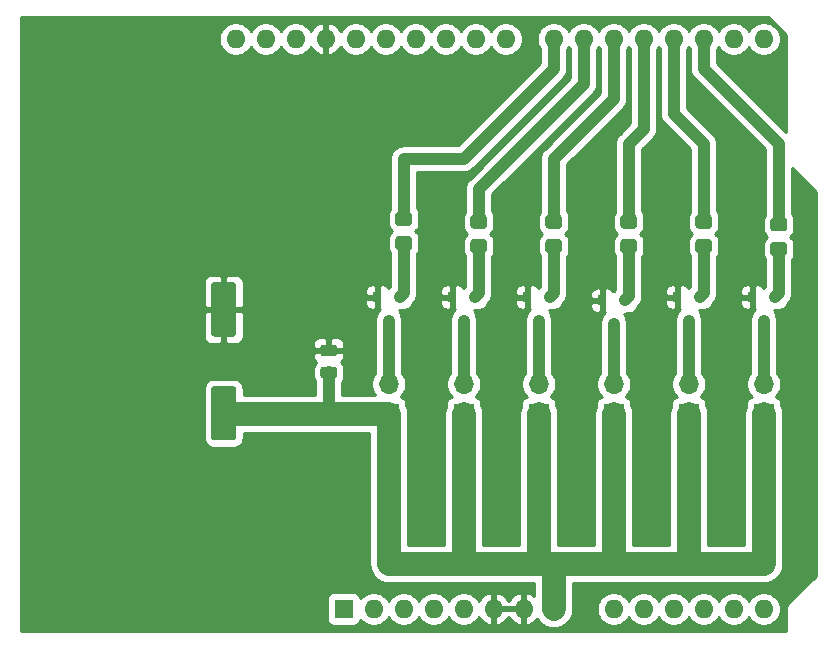
<source format=gbr>
G04 #@! TF.GenerationSoftware,KiCad,Pcbnew,5.1.5-52549c5~84~ubuntu18.04.1*
G04 #@! TF.CreationDate,2020-03-20T12:16:04+00:00*
G04 #@! TF.ProjectId,o2-controller,6f322d63-6f6e-4747-926f-6c6c65722e6b,rev?*
G04 #@! TF.SameCoordinates,Original*
G04 #@! TF.FileFunction,Copper,L1,Top*
G04 #@! TF.FilePolarity,Positive*
%FSLAX46Y46*%
G04 Gerber Fmt 4.6, Leading zero omitted, Abs format (unit mm)*
G04 Created by KiCad (PCBNEW 5.1.5-52549c5~84~ubuntu18.04.1) date 2020-03-20 12:16:04*
%MOMM*%
%LPD*%
G04 APERTURE LIST*
%ADD10C,0.100000*%
%ADD11R,0.800000X0.900000*%
%ADD12R,1.700000X1.700000*%
%ADD13O,1.700000X1.700000*%
%ADD14O,1.600000X1.600000*%
%ADD15R,1.600000X1.600000*%
%ADD16C,3.000000*%
%ADD17C,1.000000*%
%ADD18C,2.000000*%
%ADD19C,0.254000*%
G04 APERTURE END LIST*
G04 #@! TA.AperFunction,SMDPad,CuDef*
D10*
G36*
X139254504Y-86646204D02*
G01*
X139278773Y-86649804D01*
X139302571Y-86655765D01*
X139325671Y-86664030D01*
X139347849Y-86674520D01*
X139368893Y-86687133D01*
X139388598Y-86701747D01*
X139406777Y-86718223D01*
X139423253Y-86736402D01*
X139437867Y-86756107D01*
X139450480Y-86777151D01*
X139460970Y-86799329D01*
X139469235Y-86822429D01*
X139475196Y-86846227D01*
X139478796Y-86870496D01*
X139480000Y-86895000D01*
X139480000Y-90995000D01*
X139478796Y-91019504D01*
X139475196Y-91043773D01*
X139469235Y-91067571D01*
X139460970Y-91090671D01*
X139450480Y-91112849D01*
X139437867Y-91133893D01*
X139423253Y-91153598D01*
X139406777Y-91171777D01*
X139388598Y-91188253D01*
X139368893Y-91202867D01*
X139347849Y-91215480D01*
X139325671Y-91225970D01*
X139302571Y-91234235D01*
X139278773Y-91240196D01*
X139254504Y-91243796D01*
X139230000Y-91245000D01*
X137630000Y-91245000D01*
X137605496Y-91243796D01*
X137581227Y-91240196D01*
X137557429Y-91234235D01*
X137534329Y-91225970D01*
X137512151Y-91215480D01*
X137491107Y-91202867D01*
X137471402Y-91188253D01*
X137453223Y-91171777D01*
X137436747Y-91153598D01*
X137422133Y-91133893D01*
X137409520Y-91112849D01*
X137399030Y-91090671D01*
X137390765Y-91067571D01*
X137384804Y-91043773D01*
X137381204Y-91019504D01*
X137380000Y-90995000D01*
X137380000Y-86895000D01*
X137381204Y-86870496D01*
X137384804Y-86846227D01*
X137390765Y-86822429D01*
X137399030Y-86799329D01*
X137409520Y-86777151D01*
X137422133Y-86756107D01*
X137436747Y-86736402D01*
X137453223Y-86718223D01*
X137471402Y-86701747D01*
X137491107Y-86687133D01*
X137512151Y-86674520D01*
X137534329Y-86664030D01*
X137557429Y-86655765D01*
X137581227Y-86649804D01*
X137605496Y-86646204D01*
X137630000Y-86645000D01*
X139230000Y-86645000D01*
X139254504Y-86646204D01*
G37*
G04 #@! TD.AperFunction*
G04 #@! TA.AperFunction,SMDPad,CuDef*
G36*
X139254504Y-95446204D02*
G01*
X139278773Y-95449804D01*
X139302571Y-95455765D01*
X139325671Y-95464030D01*
X139347849Y-95474520D01*
X139368893Y-95487133D01*
X139388598Y-95501747D01*
X139406777Y-95518223D01*
X139423253Y-95536402D01*
X139437867Y-95556107D01*
X139450480Y-95577151D01*
X139460970Y-95599329D01*
X139469235Y-95622429D01*
X139475196Y-95646227D01*
X139478796Y-95670496D01*
X139480000Y-95695000D01*
X139480000Y-99795000D01*
X139478796Y-99819504D01*
X139475196Y-99843773D01*
X139469235Y-99867571D01*
X139460970Y-99890671D01*
X139450480Y-99912849D01*
X139437867Y-99933893D01*
X139423253Y-99953598D01*
X139406777Y-99971777D01*
X139388598Y-99988253D01*
X139368893Y-100002867D01*
X139347849Y-100015480D01*
X139325671Y-100025970D01*
X139302571Y-100034235D01*
X139278773Y-100040196D01*
X139254504Y-100043796D01*
X139230000Y-100045000D01*
X137630000Y-100045000D01*
X137605496Y-100043796D01*
X137581227Y-100040196D01*
X137557429Y-100034235D01*
X137534329Y-100025970D01*
X137512151Y-100015480D01*
X137491107Y-100002867D01*
X137471402Y-99988253D01*
X137453223Y-99971777D01*
X137436747Y-99953598D01*
X137422133Y-99933893D01*
X137409520Y-99912849D01*
X137399030Y-99890671D01*
X137390765Y-99867571D01*
X137384804Y-99843773D01*
X137381204Y-99819504D01*
X137380000Y-99795000D01*
X137380000Y-95695000D01*
X137381204Y-95670496D01*
X137384804Y-95646227D01*
X137390765Y-95622429D01*
X137399030Y-95599329D01*
X137409520Y-95577151D01*
X137422133Y-95556107D01*
X137436747Y-95536402D01*
X137453223Y-95518223D01*
X137471402Y-95501747D01*
X137491107Y-95487133D01*
X137512151Y-95474520D01*
X137534329Y-95464030D01*
X137557429Y-95455765D01*
X137581227Y-95449804D01*
X137605496Y-95446204D01*
X137630000Y-95445000D01*
X139230000Y-95445000D01*
X139254504Y-95446204D01*
G37*
G04 #@! TD.AperFunction*
D11*
X172400000Y-88170000D03*
X170500000Y-88170000D03*
X171450000Y-90170000D03*
X184150000Y-89900000D03*
X183200000Y-87900000D03*
X185100000Y-87900000D03*
G04 #@! TA.AperFunction,SMDPad,CuDef*
D10*
G36*
X160494505Y-80951204D02*
G01*
X160518773Y-80954804D01*
X160542572Y-80960765D01*
X160565671Y-80969030D01*
X160587850Y-80979520D01*
X160608893Y-80992132D01*
X160628599Y-81006747D01*
X160646777Y-81023223D01*
X160663253Y-81041401D01*
X160677868Y-81061107D01*
X160690480Y-81082150D01*
X160700970Y-81104329D01*
X160709235Y-81127428D01*
X160715196Y-81151227D01*
X160718796Y-81175495D01*
X160720000Y-81199999D01*
X160720000Y-81850001D01*
X160718796Y-81874505D01*
X160715196Y-81898773D01*
X160709235Y-81922572D01*
X160700970Y-81945671D01*
X160690480Y-81967850D01*
X160677868Y-81988893D01*
X160663253Y-82008599D01*
X160646777Y-82026777D01*
X160628599Y-82043253D01*
X160608893Y-82057868D01*
X160587850Y-82070480D01*
X160565671Y-82080970D01*
X160542572Y-82089235D01*
X160518773Y-82095196D01*
X160494505Y-82098796D01*
X160470001Y-82100000D01*
X159569999Y-82100000D01*
X159545495Y-82098796D01*
X159521227Y-82095196D01*
X159497428Y-82089235D01*
X159474329Y-82080970D01*
X159452150Y-82070480D01*
X159431107Y-82057868D01*
X159411401Y-82043253D01*
X159393223Y-82026777D01*
X159376747Y-82008599D01*
X159362132Y-81988893D01*
X159349520Y-81967850D01*
X159339030Y-81945671D01*
X159330765Y-81922572D01*
X159324804Y-81898773D01*
X159321204Y-81874505D01*
X159320000Y-81850001D01*
X159320000Y-81199999D01*
X159321204Y-81175495D01*
X159324804Y-81151227D01*
X159330765Y-81127428D01*
X159339030Y-81104329D01*
X159349520Y-81082150D01*
X159362132Y-81061107D01*
X159376747Y-81041401D01*
X159393223Y-81023223D01*
X159411401Y-81006747D01*
X159431107Y-80992132D01*
X159452150Y-80979520D01*
X159474329Y-80969030D01*
X159497428Y-80960765D01*
X159521227Y-80954804D01*
X159545495Y-80951204D01*
X159569999Y-80950000D01*
X160470001Y-80950000D01*
X160494505Y-80951204D01*
G37*
G04 #@! TD.AperFunction*
G04 #@! TA.AperFunction,SMDPad,CuDef*
G36*
X160494505Y-83001204D02*
G01*
X160518773Y-83004804D01*
X160542572Y-83010765D01*
X160565671Y-83019030D01*
X160587850Y-83029520D01*
X160608893Y-83042132D01*
X160628599Y-83056747D01*
X160646777Y-83073223D01*
X160663253Y-83091401D01*
X160677868Y-83111107D01*
X160690480Y-83132150D01*
X160700970Y-83154329D01*
X160709235Y-83177428D01*
X160715196Y-83201227D01*
X160718796Y-83225495D01*
X160720000Y-83249999D01*
X160720000Y-83900001D01*
X160718796Y-83924505D01*
X160715196Y-83948773D01*
X160709235Y-83972572D01*
X160700970Y-83995671D01*
X160690480Y-84017850D01*
X160677868Y-84038893D01*
X160663253Y-84058599D01*
X160646777Y-84076777D01*
X160628599Y-84093253D01*
X160608893Y-84107868D01*
X160587850Y-84120480D01*
X160565671Y-84130970D01*
X160542572Y-84139235D01*
X160518773Y-84145196D01*
X160494505Y-84148796D01*
X160470001Y-84150000D01*
X159569999Y-84150000D01*
X159545495Y-84148796D01*
X159521227Y-84145196D01*
X159497428Y-84139235D01*
X159474329Y-84130970D01*
X159452150Y-84120480D01*
X159431107Y-84107868D01*
X159411401Y-84093253D01*
X159393223Y-84076777D01*
X159376747Y-84058599D01*
X159362132Y-84038893D01*
X159349520Y-84017850D01*
X159339030Y-83995671D01*
X159330765Y-83972572D01*
X159324804Y-83948773D01*
X159321204Y-83924505D01*
X159320000Y-83900001D01*
X159320000Y-83249999D01*
X159321204Y-83225495D01*
X159324804Y-83201227D01*
X159330765Y-83177428D01*
X159339030Y-83154329D01*
X159349520Y-83132150D01*
X159362132Y-83111107D01*
X159376747Y-83091401D01*
X159393223Y-83073223D01*
X159411401Y-83056747D01*
X159431107Y-83042132D01*
X159452150Y-83029520D01*
X159474329Y-83019030D01*
X159497428Y-83010765D01*
X159521227Y-83004804D01*
X159545495Y-83001204D01*
X159569999Y-83000000D01*
X160470001Y-83000000D01*
X160494505Y-83001204D01*
G37*
G04 #@! TD.AperFunction*
G04 #@! TA.AperFunction,SMDPad,CuDef*
G36*
X166844505Y-83001204D02*
G01*
X166868773Y-83004804D01*
X166892572Y-83010765D01*
X166915671Y-83019030D01*
X166937850Y-83029520D01*
X166958893Y-83042132D01*
X166978599Y-83056747D01*
X166996777Y-83073223D01*
X167013253Y-83091401D01*
X167027868Y-83111107D01*
X167040480Y-83132150D01*
X167050970Y-83154329D01*
X167059235Y-83177428D01*
X167065196Y-83201227D01*
X167068796Y-83225495D01*
X167070000Y-83249999D01*
X167070000Y-83900001D01*
X167068796Y-83924505D01*
X167065196Y-83948773D01*
X167059235Y-83972572D01*
X167050970Y-83995671D01*
X167040480Y-84017850D01*
X167027868Y-84038893D01*
X167013253Y-84058599D01*
X166996777Y-84076777D01*
X166978599Y-84093253D01*
X166958893Y-84107868D01*
X166937850Y-84120480D01*
X166915671Y-84130970D01*
X166892572Y-84139235D01*
X166868773Y-84145196D01*
X166844505Y-84148796D01*
X166820001Y-84150000D01*
X165919999Y-84150000D01*
X165895495Y-84148796D01*
X165871227Y-84145196D01*
X165847428Y-84139235D01*
X165824329Y-84130970D01*
X165802150Y-84120480D01*
X165781107Y-84107868D01*
X165761401Y-84093253D01*
X165743223Y-84076777D01*
X165726747Y-84058599D01*
X165712132Y-84038893D01*
X165699520Y-84017850D01*
X165689030Y-83995671D01*
X165680765Y-83972572D01*
X165674804Y-83948773D01*
X165671204Y-83924505D01*
X165670000Y-83900001D01*
X165670000Y-83249999D01*
X165671204Y-83225495D01*
X165674804Y-83201227D01*
X165680765Y-83177428D01*
X165689030Y-83154329D01*
X165699520Y-83132150D01*
X165712132Y-83111107D01*
X165726747Y-83091401D01*
X165743223Y-83073223D01*
X165761401Y-83056747D01*
X165781107Y-83042132D01*
X165802150Y-83029520D01*
X165824329Y-83019030D01*
X165847428Y-83010765D01*
X165871227Y-83004804D01*
X165895495Y-83001204D01*
X165919999Y-83000000D01*
X166820001Y-83000000D01*
X166844505Y-83001204D01*
G37*
G04 #@! TD.AperFunction*
G04 #@! TA.AperFunction,SMDPad,CuDef*
G36*
X166844505Y-80951204D02*
G01*
X166868773Y-80954804D01*
X166892572Y-80960765D01*
X166915671Y-80969030D01*
X166937850Y-80979520D01*
X166958893Y-80992132D01*
X166978599Y-81006747D01*
X166996777Y-81023223D01*
X167013253Y-81041401D01*
X167027868Y-81061107D01*
X167040480Y-81082150D01*
X167050970Y-81104329D01*
X167059235Y-81127428D01*
X167065196Y-81151227D01*
X167068796Y-81175495D01*
X167070000Y-81199999D01*
X167070000Y-81850001D01*
X167068796Y-81874505D01*
X167065196Y-81898773D01*
X167059235Y-81922572D01*
X167050970Y-81945671D01*
X167040480Y-81967850D01*
X167027868Y-81988893D01*
X167013253Y-82008599D01*
X166996777Y-82026777D01*
X166978599Y-82043253D01*
X166958893Y-82057868D01*
X166937850Y-82070480D01*
X166915671Y-82080970D01*
X166892572Y-82089235D01*
X166868773Y-82095196D01*
X166844505Y-82098796D01*
X166820001Y-82100000D01*
X165919999Y-82100000D01*
X165895495Y-82098796D01*
X165871227Y-82095196D01*
X165847428Y-82089235D01*
X165824329Y-82080970D01*
X165802150Y-82070480D01*
X165781107Y-82057868D01*
X165761401Y-82043253D01*
X165743223Y-82026777D01*
X165726747Y-82008599D01*
X165712132Y-81988893D01*
X165699520Y-81967850D01*
X165689030Y-81945671D01*
X165680765Y-81922572D01*
X165674804Y-81898773D01*
X165671204Y-81874505D01*
X165670000Y-81850001D01*
X165670000Y-81199999D01*
X165671204Y-81175495D01*
X165674804Y-81151227D01*
X165680765Y-81127428D01*
X165689030Y-81104329D01*
X165699520Y-81082150D01*
X165712132Y-81061107D01*
X165726747Y-81041401D01*
X165743223Y-81023223D01*
X165761401Y-81006747D01*
X165781107Y-80992132D01*
X165802150Y-80979520D01*
X165824329Y-80969030D01*
X165847428Y-80960765D01*
X165871227Y-80954804D01*
X165895495Y-80951204D01*
X165919999Y-80950000D01*
X166820001Y-80950000D01*
X166844505Y-80951204D01*
G37*
G04 #@! TD.AperFunction*
G04 #@! TA.AperFunction,SMDPad,CuDef*
G36*
X147800142Y-91921174D02*
G01*
X147823803Y-91924684D01*
X147847007Y-91930496D01*
X147869529Y-91938554D01*
X147891153Y-91948782D01*
X147911670Y-91961079D01*
X147930883Y-91975329D01*
X147948607Y-91991393D01*
X147964671Y-92009117D01*
X147978921Y-92028330D01*
X147991218Y-92048847D01*
X148001446Y-92070471D01*
X148009504Y-92092993D01*
X148015316Y-92116197D01*
X148018826Y-92139858D01*
X148020000Y-92163750D01*
X148020000Y-92651250D01*
X148018826Y-92675142D01*
X148015316Y-92698803D01*
X148009504Y-92722007D01*
X148001446Y-92744529D01*
X147991218Y-92766153D01*
X147978921Y-92786670D01*
X147964671Y-92805883D01*
X147948607Y-92823607D01*
X147930883Y-92839671D01*
X147911670Y-92853921D01*
X147891153Y-92866218D01*
X147869529Y-92876446D01*
X147847007Y-92884504D01*
X147823803Y-92890316D01*
X147800142Y-92893826D01*
X147776250Y-92895000D01*
X146863750Y-92895000D01*
X146839858Y-92893826D01*
X146816197Y-92890316D01*
X146792993Y-92884504D01*
X146770471Y-92876446D01*
X146748847Y-92866218D01*
X146728330Y-92853921D01*
X146709117Y-92839671D01*
X146691393Y-92823607D01*
X146675329Y-92805883D01*
X146661079Y-92786670D01*
X146648782Y-92766153D01*
X146638554Y-92744529D01*
X146630496Y-92722007D01*
X146624684Y-92698803D01*
X146621174Y-92675142D01*
X146620000Y-92651250D01*
X146620000Y-92163750D01*
X146621174Y-92139858D01*
X146624684Y-92116197D01*
X146630496Y-92092993D01*
X146638554Y-92070471D01*
X146648782Y-92048847D01*
X146661079Y-92028330D01*
X146675329Y-92009117D01*
X146691393Y-91991393D01*
X146709117Y-91975329D01*
X146728330Y-91961079D01*
X146748847Y-91948782D01*
X146770471Y-91938554D01*
X146792993Y-91930496D01*
X146816197Y-91924684D01*
X146839858Y-91921174D01*
X146863750Y-91920000D01*
X147776250Y-91920000D01*
X147800142Y-91921174D01*
G37*
G04 #@! TD.AperFunction*
G04 #@! TA.AperFunction,SMDPad,CuDef*
G36*
X147800142Y-93796174D02*
G01*
X147823803Y-93799684D01*
X147847007Y-93805496D01*
X147869529Y-93813554D01*
X147891153Y-93823782D01*
X147911670Y-93836079D01*
X147930883Y-93850329D01*
X147948607Y-93866393D01*
X147964671Y-93884117D01*
X147978921Y-93903330D01*
X147991218Y-93923847D01*
X148001446Y-93945471D01*
X148009504Y-93967993D01*
X148015316Y-93991197D01*
X148018826Y-94014858D01*
X148020000Y-94038750D01*
X148020000Y-94526250D01*
X148018826Y-94550142D01*
X148015316Y-94573803D01*
X148009504Y-94597007D01*
X148001446Y-94619529D01*
X147991218Y-94641153D01*
X147978921Y-94661670D01*
X147964671Y-94680883D01*
X147948607Y-94698607D01*
X147930883Y-94714671D01*
X147911670Y-94728921D01*
X147891153Y-94741218D01*
X147869529Y-94751446D01*
X147847007Y-94759504D01*
X147823803Y-94765316D01*
X147800142Y-94768826D01*
X147776250Y-94770000D01*
X146863750Y-94770000D01*
X146839858Y-94768826D01*
X146816197Y-94765316D01*
X146792993Y-94759504D01*
X146770471Y-94751446D01*
X146748847Y-94741218D01*
X146728330Y-94728921D01*
X146709117Y-94714671D01*
X146691393Y-94698607D01*
X146675329Y-94680883D01*
X146661079Y-94661670D01*
X146648782Y-94641153D01*
X146638554Y-94619529D01*
X146630496Y-94597007D01*
X146624684Y-94573803D01*
X146621174Y-94550142D01*
X146620000Y-94526250D01*
X146620000Y-94038750D01*
X146621174Y-94014858D01*
X146624684Y-93991197D01*
X146630496Y-93967993D01*
X146638554Y-93945471D01*
X146648782Y-93923847D01*
X146661079Y-93903330D01*
X146675329Y-93884117D01*
X146691393Y-93866393D01*
X146709117Y-93850329D01*
X146728330Y-93836079D01*
X146748847Y-93823782D01*
X146770471Y-93813554D01*
X146792993Y-93805496D01*
X146816197Y-93799684D01*
X146839858Y-93796174D01*
X146863750Y-93795000D01*
X147776250Y-93795000D01*
X147800142Y-93796174D01*
G37*
G04 #@! TD.AperFunction*
D12*
X184150000Y-97790000D03*
D13*
X184150000Y-95250000D03*
G04 #@! TA.AperFunction,SMDPad,CuDef*
D10*
G36*
X154144505Y-80706204D02*
G01*
X154168773Y-80709804D01*
X154192572Y-80715765D01*
X154215671Y-80724030D01*
X154237850Y-80734520D01*
X154258893Y-80747132D01*
X154278599Y-80761747D01*
X154296777Y-80778223D01*
X154313253Y-80796401D01*
X154327868Y-80816107D01*
X154340480Y-80837150D01*
X154350970Y-80859329D01*
X154359235Y-80882428D01*
X154365196Y-80906227D01*
X154368796Y-80930495D01*
X154370000Y-80954999D01*
X154370000Y-81605001D01*
X154368796Y-81629505D01*
X154365196Y-81653773D01*
X154359235Y-81677572D01*
X154350970Y-81700671D01*
X154340480Y-81722850D01*
X154327868Y-81743893D01*
X154313253Y-81763599D01*
X154296777Y-81781777D01*
X154278599Y-81798253D01*
X154258893Y-81812868D01*
X154237850Y-81825480D01*
X154215671Y-81835970D01*
X154192572Y-81844235D01*
X154168773Y-81850196D01*
X154144505Y-81853796D01*
X154120001Y-81855000D01*
X153219999Y-81855000D01*
X153195495Y-81853796D01*
X153171227Y-81850196D01*
X153147428Y-81844235D01*
X153124329Y-81835970D01*
X153102150Y-81825480D01*
X153081107Y-81812868D01*
X153061401Y-81798253D01*
X153043223Y-81781777D01*
X153026747Y-81763599D01*
X153012132Y-81743893D01*
X152999520Y-81722850D01*
X152989030Y-81700671D01*
X152980765Y-81677572D01*
X152974804Y-81653773D01*
X152971204Y-81629505D01*
X152970000Y-81605001D01*
X152970000Y-80954999D01*
X152971204Y-80930495D01*
X152974804Y-80906227D01*
X152980765Y-80882428D01*
X152989030Y-80859329D01*
X152999520Y-80837150D01*
X153012132Y-80816107D01*
X153026747Y-80796401D01*
X153043223Y-80778223D01*
X153061401Y-80761747D01*
X153081107Y-80747132D01*
X153102150Y-80734520D01*
X153124329Y-80724030D01*
X153147428Y-80715765D01*
X153171227Y-80709804D01*
X153195495Y-80706204D01*
X153219999Y-80705000D01*
X154120001Y-80705000D01*
X154144505Y-80706204D01*
G37*
G04 #@! TD.AperFunction*
G04 #@! TA.AperFunction,SMDPad,CuDef*
G36*
X154144505Y-82756204D02*
G01*
X154168773Y-82759804D01*
X154192572Y-82765765D01*
X154215671Y-82774030D01*
X154237850Y-82784520D01*
X154258893Y-82797132D01*
X154278599Y-82811747D01*
X154296777Y-82828223D01*
X154313253Y-82846401D01*
X154327868Y-82866107D01*
X154340480Y-82887150D01*
X154350970Y-82909329D01*
X154359235Y-82932428D01*
X154365196Y-82956227D01*
X154368796Y-82980495D01*
X154370000Y-83004999D01*
X154370000Y-83655001D01*
X154368796Y-83679505D01*
X154365196Y-83703773D01*
X154359235Y-83727572D01*
X154350970Y-83750671D01*
X154340480Y-83772850D01*
X154327868Y-83793893D01*
X154313253Y-83813599D01*
X154296777Y-83831777D01*
X154278599Y-83848253D01*
X154258893Y-83862868D01*
X154237850Y-83875480D01*
X154215671Y-83885970D01*
X154192572Y-83894235D01*
X154168773Y-83900196D01*
X154144505Y-83903796D01*
X154120001Y-83905000D01*
X153219999Y-83905000D01*
X153195495Y-83903796D01*
X153171227Y-83900196D01*
X153147428Y-83894235D01*
X153124329Y-83885970D01*
X153102150Y-83875480D01*
X153081107Y-83862868D01*
X153061401Y-83848253D01*
X153043223Y-83831777D01*
X153026747Y-83813599D01*
X153012132Y-83793893D01*
X152999520Y-83772850D01*
X152989030Y-83750671D01*
X152980765Y-83727572D01*
X152974804Y-83703773D01*
X152971204Y-83679505D01*
X152970000Y-83655001D01*
X152970000Y-83004999D01*
X152971204Y-82980495D01*
X152974804Y-82956227D01*
X152980765Y-82932428D01*
X152989030Y-82909329D01*
X152999520Y-82887150D01*
X153012132Y-82866107D01*
X153026747Y-82846401D01*
X153043223Y-82828223D01*
X153061401Y-82811747D01*
X153081107Y-82797132D01*
X153102150Y-82784520D01*
X153124329Y-82774030D01*
X153147428Y-82765765D01*
X153171227Y-82759804D01*
X153195495Y-82756204D01*
X153219999Y-82755000D01*
X154120001Y-82755000D01*
X154144505Y-82756204D01*
G37*
G04 #@! TD.AperFunction*
D13*
X177800000Y-95250000D03*
D12*
X177800000Y-97790000D03*
D11*
X165100000Y-89900000D03*
X164150000Y-87900000D03*
X166050000Y-87900000D03*
D13*
X158750000Y-95250000D03*
D12*
X158750000Y-97790000D03*
X165100000Y-97790000D03*
D13*
X165100000Y-95250000D03*
D11*
X153350000Y-87900000D03*
X151450000Y-87900000D03*
X152400000Y-89900000D03*
G04 #@! TA.AperFunction,SMDPad,CuDef*
D10*
G36*
X173194505Y-80951204D02*
G01*
X173218773Y-80954804D01*
X173242572Y-80960765D01*
X173265671Y-80969030D01*
X173287850Y-80979520D01*
X173308893Y-80992132D01*
X173328599Y-81006747D01*
X173346777Y-81023223D01*
X173363253Y-81041401D01*
X173377868Y-81061107D01*
X173390480Y-81082150D01*
X173400970Y-81104329D01*
X173409235Y-81127428D01*
X173415196Y-81151227D01*
X173418796Y-81175495D01*
X173420000Y-81199999D01*
X173420000Y-81850001D01*
X173418796Y-81874505D01*
X173415196Y-81898773D01*
X173409235Y-81922572D01*
X173400970Y-81945671D01*
X173390480Y-81967850D01*
X173377868Y-81988893D01*
X173363253Y-82008599D01*
X173346777Y-82026777D01*
X173328599Y-82043253D01*
X173308893Y-82057868D01*
X173287850Y-82070480D01*
X173265671Y-82080970D01*
X173242572Y-82089235D01*
X173218773Y-82095196D01*
X173194505Y-82098796D01*
X173170001Y-82100000D01*
X172269999Y-82100000D01*
X172245495Y-82098796D01*
X172221227Y-82095196D01*
X172197428Y-82089235D01*
X172174329Y-82080970D01*
X172152150Y-82070480D01*
X172131107Y-82057868D01*
X172111401Y-82043253D01*
X172093223Y-82026777D01*
X172076747Y-82008599D01*
X172062132Y-81988893D01*
X172049520Y-81967850D01*
X172039030Y-81945671D01*
X172030765Y-81922572D01*
X172024804Y-81898773D01*
X172021204Y-81874505D01*
X172020000Y-81850001D01*
X172020000Y-81199999D01*
X172021204Y-81175495D01*
X172024804Y-81151227D01*
X172030765Y-81127428D01*
X172039030Y-81104329D01*
X172049520Y-81082150D01*
X172062132Y-81061107D01*
X172076747Y-81041401D01*
X172093223Y-81023223D01*
X172111401Y-81006747D01*
X172131107Y-80992132D01*
X172152150Y-80979520D01*
X172174329Y-80969030D01*
X172197428Y-80960765D01*
X172221227Y-80954804D01*
X172245495Y-80951204D01*
X172269999Y-80950000D01*
X173170001Y-80950000D01*
X173194505Y-80951204D01*
G37*
G04 #@! TD.AperFunction*
G04 #@! TA.AperFunction,SMDPad,CuDef*
G36*
X173194505Y-83001204D02*
G01*
X173218773Y-83004804D01*
X173242572Y-83010765D01*
X173265671Y-83019030D01*
X173287850Y-83029520D01*
X173308893Y-83042132D01*
X173328599Y-83056747D01*
X173346777Y-83073223D01*
X173363253Y-83091401D01*
X173377868Y-83111107D01*
X173390480Y-83132150D01*
X173400970Y-83154329D01*
X173409235Y-83177428D01*
X173415196Y-83201227D01*
X173418796Y-83225495D01*
X173420000Y-83249999D01*
X173420000Y-83900001D01*
X173418796Y-83924505D01*
X173415196Y-83948773D01*
X173409235Y-83972572D01*
X173400970Y-83995671D01*
X173390480Y-84017850D01*
X173377868Y-84038893D01*
X173363253Y-84058599D01*
X173346777Y-84076777D01*
X173328599Y-84093253D01*
X173308893Y-84107868D01*
X173287850Y-84120480D01*
X173265671Y-84130970D01*
X173242572Y-84139235D01*
X173218773Y-84145196D01*
X173194505Y-84148796D01*
X173170001Y-84150000D01*
X172269999Y-84150000D01*
X172245495Y-84148796D01*
X172221227Y-84145196D01*
X172197428Y-84139235D01*
X172174329Y-84130970D01*
X172152150Y-84120480D01*
X172131107Y-84107868D01*
X172111401Y-84093253D01*
X172093223Y-84076777D01*
X172076747Y-84058599D01*
X172062132Y-84038893D01*
X172049520Y-84017850D01*
X172039030Y-83995671D01*
X172030765Y-83972572D01*
X172024804Y-83948773D01*
X172021204Y-83924505D01*
X172020000Y-83900001D01*
X172020000Y-83249999D01*
X172021204Y-83225495D01*
X172024804Y-83201227D01*
X172030765Y-83177428D01*
X172039030Y-83154329D01*
X172049520Y-83132150D01*
X172062132Y-83111107D01*
X172076747Y-83091401D01*
X172093223Y-83073223D01*
X172111401Y-83056747D01*
X172131107Y-83042132D01*
X172152150Y-83029520D01*
X172174329Y-83019030D01*
X172197428Y-83010765D01*
X172221227Y-83004804D01*
X172245495Y-83001204D01*
X172269999Y-83000000D01*
X173170001Y-83000000D01*
X173194505Y-83001204D01*
G37*
G04 #@! TD.AperFunction*
G04 #@! TA.AperFunction,SMDPad,CuDef*
G36*
X179544505Y-83001204D02*
G01*
X179568773Y-83004804D01*
X179592572Y-83010765D01*
X179615671Y-83019030D01*
X179637850Y-83029520D01*
X179658893Y-83042132D01*
X179678599Y-83056747D01*
X179696777Y-83073223D01*
X179713253Y-83091401D01*
X179727868Y-83111107D01*
X179740480Y-83132150D01*
X179750970Y-83154329D01*
X179759235Y-83177428D01*
X179765196Y-83201227D01*
X179768796Y-83225495D01*
X179770000Y-83249999D01*
X179770000Y-83900001D01*
X179768796Y-83924505D01*
X179765196Y-83948773D01*
X179759235Y-83972572D01*
X179750970Y-83995671D01*
X179740480Y-84017850D01*
X179727868Y-84038893D01*
X179713253Y-84058599D01*
X179696777Y-84076777D01*
X179678599Y-84093253D01*
X179658893Y-84107868D01*
X179637850Y-84120480D01*
X179615671Y-84130970D01*
X179592572Y-84139235D01*
X179568773Y-84145196D01*
X179544505Y-84148796D01*
X179520001Y-84150000D01*
X178619999Y-84150000D01*
X178595495Y-84148796D01*
X178571227Y-84145196D01*
X178547428Y-84139235D01*
X178524329Y-84130970D01*
X178502150Y-84120480D01*
X178481107Y-84107868D01*
X178461401Y-84093253D01*
X178443223Y-84076777D01*
X178426747Y-84058599D01*
X178412132Y-84038893D01*
X178399520Y-84017850D01*
X178389030Y-83995671D01*
X178380765Y-83972572D01*
X178374804Y-83948773D01*
X178371204Y-83924505D01*
X178370000Y-83900001D01*
X178370000Y-83249999D01*
X178371204Y-83225495D01*
X178374804Y-83201227D01*
X178380765Y-83177428D01*
X178389030Y-83154329D01*
X178399520Y-83132150D01*
X178412132Y-83111107D01*
X178426747Y-83091401D01*
X178443223Y-83073223D01*
X178461401Y-83056747D01*
X178481107Y-83042132D01*
X178502150Y-83029520D01*
X178524329Y-83019030D01*
X178547428Y-83010765D01*
X178571227Y-83004804D01*
X178595495Y-83001204D01*
X178619999Y-83000000D01*
X179520001Y-83000000D01*
X179544505Y-83001204D01*
G37*
G04 #@! TD.AperFunction*
G04 #@! TA.AperFunction,SMDPad,CuDef*
G36*
X179544505Y-80951204D02*
G01*
X179568773Y-80954804D01*
X179592572Y-80960765D01*
X179615671Y-80969030D01*
X179637850Y-80979520D01*
X179658893Y-80992132D01*
X179678599Y-81006747D01*
X179696777Y-81023223D01*
X179713253Y-81041401D01*
X179727868Y-81061107D01*
X179740480Y-81082150D01*
X179750970Y-81104329D01*
X179759235Y-81127428D01*
X179765196Y-81151227D01*
X179768796Y-81175495D01*
X179770000Y-81199999D01*
X179770000Y-81850001D01*
X179768796Y-81874505D01*
X179765196Y-81898773D01*
X179759235Y-81922572D01*
X179750970Y-81945671D01*
X179740480Y-81967850D01*
X179727868Y-81988893D01*
X179713253Y-82008599D01*
X179696777Y-82026777D01*
X179678599Y-82043253D01*
X179658893Y-82057868D01*
X179637850Y-82070480D01*
X179615671Y-82080970D01*
X179592572Y-82089235D01*
X179568773Y-82095196D01*
X179544505Y-82098796D01*
X179520001Y-82100000D01*
X178619999Y-82100000D01*
X178595495Y-82098796D01*
X178571227Y-82095196D01*
X178547428Y-82089235D01*
X178524329Y-82080970D01*
X178502150Y-82070480D01*
X178481107Y-82057868D01*
X178461401Y-82043253D01*
X178443223Y-82026777D01*
X178426747Y-82008599D01*
X178412132Y-81988893D01*
X178399520Y-81967850D01*
X178389030Y-81945671D01*
X178380765Y-81922572D01*
X178374804Y-81898773D01*
X178371204Y-81874505D01*
X178370000Y-81850001D01*
X178370000Y-81199999D01*
X178371204Y-81175495D01*
X178374804Y-81151227D01*
X178380765Y-81127428D01*
X178389030Y-81104329D01*
X178399520Y-81082150D01*
X178412132Y-81061107D01*
X178426747Y-81041401D01*
X178443223Y-81023223D01*
X178461401Y-81006747D01*
X178481107Y-80992132D01*
X178502150Y-80979520D01*
X178524329Y-80969030D01*
X178547428Y-80960765D01*
X178571227Y-80954804D01*
X178595495Y-80951204D01*
X178619999Y-80950000D01*
X179520001Y-80950000D01*
X179544505Y-80951204D01*
G37*
G04 #@! TD.AperFunction*
D11*
X159700000Y-87900000D03*
X157800000Y-87900000D03*
X158750000Y-89900000D03*
D12*
X152400000Y-97790000D03*
D13*
X152400000Y-95250000D03*
G04 #@! TA.AperFunction,SMDPad,CuDef*
D10*
G36*
X185894505Y-83246204D02*
G01*
X185918773Y-83249804D01*
X185942572Y-83255765D01*
X185965671Y-83264030D01*
X185987850Y-83274520D01*
X186008893Y-83287132D01*
X186028599Y-83301747D01*
X186046777Y-83318223D01*
X186063253Y-83336401D01*
X186077868Y-83356107D01*
X186090480Y-83377150D01*
X186100970Y-83399329D01*
X186109235Y-83422428D01*
X186115196Y-83446227D01*
X186118796Y-83470495D01*
X186120000Y-83494999D01*
X186120000Y-84145001D01*
X186118796Y-84169505D01*
X186115196Y-84193773D01*
X186109235Y-84217572D01*
X186100970Y-84240671D01*
X186090480Y-84262850D01*
X186077868Y-84283893D01*
X186063253Y-84303599D01*
X186046777Y-84321777D01*
X186028599Y-84338253D01*
X186008893Y-84352868D01*
X185987850Y-84365480D01*
X185965671Y-84375970D01*
X185942572Y-84384235D01*
X185918773Y-84390196D01*
X185894505Y-84393796D01*
X185870001Y-84395000D01*
X184969999Y-84395000D01*
X184945495Y-84393796D01*
X184921227Y-84390196D01*
X184897428Y-84384235D01*
X184874329Y-84375970D01*
X184852150Y-84365480D01*
X184831107Y-84352868D01*
X184811401Y-84338253D01*
X184793223Y-84321777D01*
X184776747Y-84303599D01*
X184762132Y-84283893D01*
X184749520Y-84262850D01*
X184739030Y-84240671D01*
X184730765Y-84217572D01*
X184724804Y-84193773D01*
X184721204Y-84169505D01*
X184720000Y-84145001D01*
X184720000Y-83494999D01*
X184721204Y-83470495D01*
X184724804Y-83446227D01*
X184730765Y-83422428D01*
X184739030Y-83399329D01*
X184749520Y-83377150D01*
X184762132Y-83356107D01*
X184776747Y-83336401D01*
X184793223Y-83318223D01*
X184811401Y-83301747D01*
X184831107Y-83287132D01*
X184852150Y-83274520D01*
X184874329Y-83264030D01*
X184897428Y-83255765D01*
X184921227Y-83249804D01*
X184945495Y-83246204D01*
X184969999Y-83245000D01*
X185870001Y-83245000D01*
X185894505Y-83246204D01*
G37*
G04 #@! TD.AperFunction*
G04 #@! TA.AperFunction,SMDPad,CuDef*
G36*
X185894505Y-81196204D02*
G01*
X185918773Y-81199804D01*
X185942572Y-81205765D01*
X185965671Y-81214030D01*
X185987850Y-81224520D01*
X186008893Y-81237132D01*
X186028599Y-81251747D01*
X186046777Y-81268223D01*
X186063253Y-81286401D01*
X186077868Y-81306107D01*
X186090480Y-81327150D01*
X186100970Y-81349329D01*
X186109235Y-81372428D01*
X186115196Y-81396227D01*
X186118796Y-81420495D01*
X186120000Y-81444999D01*
X186120000Y-82095001D01*
X186118796Y-82119505D01*
X186115196Y-82143773D01*
X186109235Y-82167572D01*
X186100970Y-82190671D01*
X186090480Y-82212850D01*
X186077868Y-82233893D01*
X186063253Y-82253599D01*
X186046777Y-82271777D01*
X186028599Y-82288253D01*
X186008893Y-82302868D01*
X185987850Y-82315480D01*
X185965671Y-82325970D01*
X185942572Y-82334235D01*
X185918773Y-82340196D01*
X185894505Y-82343796D01*
X185870001Y-82345000D01*
X184969999Y-82345000D01*
X184945495Y-82343796D01*
X184921227Y-82340196D01*
X184897428Y-82334235D01*
X184874329Y-82325970D01*
X184852150Y-82315480D01*
X184831107Y-82302868D01*
X184811401Y-82288253D01*
X184793223Y-82271777D01*
X184776747Y-82253599D01*
X184762132Y-82233893D01*
X184749520Y-82212850D01*
X184739030Y-82190671D01*
X184730765Y-82167572D01*
X184724804Y-82143773D01*
X184721204Y-82119505D01*
X184720000Y-82095001D01*
X184720000Y-81444999D01*
X184721204Y-81420495D01*
X184724804Y-81396227D01*
X184730765Y-81372428D01*
X184739030Y-81349329D01*
X184749520Y-81327150D01*
X184762132Y-81306107D01*
X184776747Y-81286401D01*
X184793223Y-81268223D01*
X184811401Y-81251747D01*
X184831107Y-81237132D01*
X184852150Y-81224520D01*
X184874329Y-81214030D01*
X184897428Y-81205765D01*
X184921227Y-81199804D01*
X184945495Y-81196204D01*
X184969999Y-81195000D01*
X185870001Y-81195000D01*
X185894505Y-81196204D01*
G37*
G04 #@! TD.AperFunction*
D13*
X171450000Y-95250000D03*
D12*
X171450000Y-97790000D03*
D11*
X177800000Y-89900000D03*
X176850000Y-87900000D03*
X178750000Y-87900000D03*
D14*
X139450000Y-66040000D03*
X141990000Y-66040000D03*
D15*
X148590000Y-114300000D03*
D14*
X179070000Y-66040000D03*
X151130000Y-114300000D03*
X176530000Y-66040000D03*
X153670000Y-114300000D03*
X173990000Y-66040000D03*
X156210000Y-114300000D03*
X171450000Y-66040000D03*
X158750000Y-114300000D03*
X168910000Y-66040000D03*
X161290000Y-114300000D03*
X166370000Y-66040000D03*
X163830000Y-114300000D03*
X162310000Y-66040000D03*
X166370000Y-114300000D03*
X159770000Y-66040000D03*
X171450000Y-114300000D03*
X157230000Y-66040000D03*
X173990000Y-114300000D03*
X154690000Y-66040000D03*
X176530000Y-114300000D03*
X152150000Y-66040000D03*
X179070000Y-114300000D03*
X149610000Y-66040000D03*
X181610000Y-114300000D03*
X147070000Y-66040000D03*
X184150000Y-114300000D03*
X144530000Y-66040000D03*
X184150000Y-66040000D03*
X181610000Y-66040000D03*
D16*
X155575000Y-104775000D03*
X161925000Y-104775000D03*
X168275000Y-104775000D03*
X174625000Y-104775000D03*
X180975000Y-104775000D03*
X148590000Y-104775000D03*
D17*
X185420000Y-81770000D02*
X185420000Y-74930000D01*
X179070000Y-68580000D02*
X179070000Y-66040000D01*
X185420000Y-74930000D02*
X179070000Y-68580000D01*
X179070000Y-74930000D02*
X179070000Y-81525000D01*
X176530000Y-66040000D02*
X176530000Y-72390000D01*
X176530000Y-72390000D02*
X179070000Y-74930000D01*
X172720000Y-74930000D02*
X172720000Y-81525000D01*
X173990000Y-66040000D02*
X173990000Y-73660000D01*
X173990000Y-73660000D02*
X172720000Y-74930000D01*
X166370000Y-76200000D02*
X166370000Y-81525000D01*
X171450000Y-66040000D02*
X171450000Y-71120000D01*
X171450000Y-71120000D02*
X166370000Y-76200000D01*
X168910000Y-66040000D02*
X168910000Y-69850000D01*
X168910000Y-69850000D02*
X160020000Y-78740000D01*
X160020000Y-78740000D02*
X160020000Y-81525000D01*
X166370000Y-66040000D02*
X166370000Y-68580000D01*
X166370000Y-68580000D02*
X158750000Y-76200000D01*
X158750000Y-76200000D02*
X153670000Y-76200000D01*
X153670000Y-76200000D02*
X153670000Y-81280000D01*
D18*
X184150000Y-97790000D02*
X184150000Y-110490000D01*
X152400000Y-110490000D02*
X152400000Y-97790000D01*
X158750000Y-97790000D02*
X158750000Y-110490000D01*
X158750000Y-110490000D02*
X152400000Y-110490000D01*
X165100000Y-97790000D02*
X165100000Y-110490000D01*
X165100000Y-110490000D02*
X158750000Y-110490000D01*
X171450000Y-97790000D02*
X171450000Y-110490000D01*
X177800000Y-97790000D02*
X177800000Y-110490000D01*
X184150000Y-110490000D02*
X177800000Y-110490000D01*
X177800000Y-110490000D02*
X171450000Y-110490000D01*
X166370000Y-114300000D02*
X166370000Y-110490000D01*
X171450000Y-110490000D02*
X166370000Y-110490000D01*
X166370000Y-110490000D02*
X165100000Y-110490000D01*
X138475000Y-97790000D02*
X138430000Y-97745000D01*
X152400000Y-97790000D02*
X147320000Y-97790000D01*
D17*
X147320000Y-94282500D02*
X147320000Y-97790000D01*
D18*
X147320000Y-97790000D02*
X138475000Y-97790000D01*
D17*
X184150000Y-89900000D02*
X184150000Y-95250000D01*
X177800000Y-89900000D02*
X177800000Y-95250000D01*
X171450000Y-90170000D02*
X171450000Y-95250000D01*
X165100000Y-89900000D02*
X165100000Y-95250000D01*
X158750000Y-89900000D02*
X158750000Y-95250000D01*
X152400000Y-89900000D02*
X152400000Y-95250000D01*
X185420000Y-87580000D02*
X185100000Y-87900000D01*
X185420000Y-83820000D02*
X185420000Y-87580000D01*
X179070000Y-87580000D02*
X178750000Y-87900000D01*
X179070000Y-83575000D02*
X179070000Y-87580000D01*
X172720000Y-87850000D02*
X172400000Y-88170000D01*
X172720000Y-83575000D02*
X172720000Y-87850000D01*
X166370000Y-87580000D02*
X166050000Y-87900000D01*
X166370000Y-83575000D02*
X166370000Y-87580000D01*
X160020000Y-87580000D02*
X159700000Y-87900000D01*
X160020000Y-83575000D02*
X160020000Y-87580000D01*
X153670000Y-87580000D02*
X153350000Y-87900000D01*
X153670000Y-83330000D02*
X153670000Y-87580000D01*
D19*
G36*
X186030000Y-65678381D02*
G01*
X186030001Y-73934869D01*
X180205000Y-68109869D01*
X180205000Y-66924284D01*
X180340000Y-66722241D01*
X180495363Y-66954759D01*
X180695241Y-67154637D01*
X180930273Y-67311680D01*
X181191426Y-67419853D01*
X181468665Y-67475000D01*
X181751335Y-67475000D01*
X182028574Y-67419853D01*
X182289727Y-67311680D01*
X182524759Y-67154637D01*
X182724637Y-66954759D01*
X182880000Y-66722241D01*
X183035363Y-66954759D01*
X183235241Y-67154637D01*
X183470273Y-67311680D01*
X183731426Y-67419853D01*
X184008665Y-67475000D01*
X184291335Y-67475000D01*
X184568574Y-67419853D01*
X184829727Y-67311680D01*
X185064759Y-67154637D01*
X185264637Y-66954759D01*
X185421680Y-66719727D01*
X185529853Y-66458574D01*
X185585000Y-66181335D01*
X185585000Y-65898665D01*
X185529853Y-65621426D01*
X185421680Y-65360273D01*
X185264637Y-65125241D01*
X185064759Y-64925363D01*
X184829727Y-64768320D01*
X184568574Y-64660147D01*
X184291335Y-64605000D01*
X184008665Y-64605000D01*
X183731426Y-64660147D01*
X183470273Y-64768320D01*
X183235241Y-64925363D01*
X183035363Y-65125241D01*
X182880000Y-65357759D01*
X182724637Y-65125241D01*
X182524759Y-64925363D01*
X182289727Y-64768320D01*
X182028574Y-64660147D01*
X181751335Y-64605000D01*
X181468665Y-64605000D01*
X181191426Y-64660147D01*
X180930273Y-64768320D01*
X180695241Y-64925363D01*
X180495363Y-65125241D01*
X180340000Y-65357759D01*
X180184637Y-65125241D01*
X179984759Y-64925363D01*
X179749727Y-64768320D01*
X179488574Y-64660147D01*
X179211335Y-64605000D01*
X178928665Y-64605000D01*
X178651426Y-64660147D01*
X178390273Y-64768320D01*
X178155241Y-64925363D01*
X177955363Y-65125241D01*
X177800000Y-65357759D01*
X177644637Y-65125241D01*
X177444759Y-64925363D01*
X177209727Y-64768320D01*
X176948574Y-64660147D01*
X176671335Y-64605000D01*
X176388665Y-64605000D01*
X176111426Y-64660147D01*
X175850273Y-64768320D01*
X175615241Y-64925363D01*
X175415363Y-65125241D01*
X175260000Y-65357759D01*
X175104637Y-65125241D01*
X174904759Y-64925363D01*
X174669727Y-64768320D01*
X174408574Y-64660147D01*
X174131335Y-64605000D01*
X173848665Y-64605000D01*
X173571426Y-64660147D01*
X173310273Y-64768320D01*
X173075241Y-64925363D01*
X172875363Y-65125241D01*
X172720000Y-65357759D01*
X172564637Y-65125241D01*
X172364759Y-64925363D01*
X172129727Y-64768320D01*
X171868574Y-64660147D01*
X171591335Y-64605000D01*
X171308665Y-64605000D01*
X171031426Y-64660147D01*
X170770273Y-64768320D01*
X170535241Y-64925363D01*
X170335363Y-65125241D01*
X170180000Y-65357759D01*
X170024637Y-65125241D01*
X169824759Y-64925363D01*
X169589727Y-64768320D01*
X169328574Y-64660147D01*
X169051335Y-64605000D01*
X168768665Y-64605000D01*
X168491426Y-64660147D01*
X168230273Y-64768320D01*
X167995241Y-64925363D01*
X167795363Y-65125241D01*
X167640000Y-65357759D01*
X167484637Y-65125241D01*
X167284759Y-64925363D01*
X167049727Y-64768320D01*
X166788574Y-64660147D01*
X166511335Y-64605000D01*
X166228665Y-64605000D01*
X165951426Y-64660147D01*
X165690273Y-64768320D01*
X165455241Y-64925363D01*
X165255363Y-65125241D01*
X165098320Y-65360273D01*
X164990147Y-65621426D01*
X164935000Y-65898665D01*
X164935000Y-66181335D01*
X164990147Y-66458574D01*
X165098320Y-66719727D01*
X165235000Y-66924284D01*
X165235001Y-68109867D01*
X158279869Y-75065000D01*
X153725751Y-75065000D01*
X153670000Y-75059509D01*
X153614248Y-75065000D01*
X153447501Y-75081423D01*
X153233553Y-75146324D01*
X153036377Y-75251716D01*
X152863551Y-75393551D01*
X152721716Y-75566377D01*
X152616324Y-75763553D01*
X152551423Y-75977501D01*
X152529509Y-76200000D01*
X152535000Y-76255752D01*
X152535001Y-80396538D01*
X152481595Y-80461613D01*
X152399528Y-80615149D01*
X152348992Y-80781745D01*
X152331928Y-80954999D01*
X152331928Y-81605001D01*
X152348992Y-81778255D01*
X152399528Y-81944851D01*
X152481595Y-82098387D01*
X152592038Y-82232962D01*
X152679816Y-82305000D01*
X152592038Y-82377038D01*
X152481595Y-82511613D01*
X152399528Y-82665149D01*
X152348992Y-82831745D01*
X152331928Y-83004999D01*
X152331928Y-83655001D01*
X152348992Y-83828255D01*
X152399528Y-83994851D01*
X152481595Y-84148387D01*
X152535000Y-84213461D01*
X152535001Y-86969118D01*
X152498815Y-86998815D01*
X152419463Y-87095506D01*
X152400000Y-87131918D01*
X152380537Y-87095506D01*
X152301185Y-86998815D01*
X152204494Y-86919463D01*
X152094180Y-86860498D01*
X151974482Y-86824188D01*
X151850000Y-86811928D01*
X151735750Y-86815000D01*
X151577000Y-86973750D01*
X151577000Y-87773000D01*
X151597000Y-87773000D01*
X151597000Y-88027000D01*
X151577000Y-88027000D01*
X151577000Y-88826250D01*
X151661607Y-88910857D01*
X151645506Y-88919463D01*
X151548815Y-88998815D01*
X151469463Y-89095506D01*
X151410498Y-89205820D01*
X151374188Y-89325518D01*
X151363816Y-89430828D01*
X151346324Y-89463554D01*
X151281423Y-89677502D01*
X151265000Y-89844249D01*
X151265001Y-94284892D01*
X151246525Y-94303368D01*
X151084010Y-94546589D01*
X150972068Y-94816842D01*
X150915000Y-95103740D01*
X150915000Y-95396260D01*
X150972068Y-95683158D01*
X151084010Y-95953411D01*
X151218707Y-96155000D01*
X148455000Y-96155000D01*
X148455000Y-95082521D01*
X148509458Y-95016164D01*
X148590947Y-94863709D01*
X148641128Y-94698285D01*
X148658072Y-94526250D01*
X148658072Y-94038750D01*
X148641128Y-93866715D01*
X148590947Y-93701291D01*
X148509458Y-93548836D01*
X148399792Y-93415208D01*
X148393436Y-93409992D01*
X148471185Y-93346185D01*
X148550537Y-93249494D01*
X148609502Y-93139180D01*
X148645812Y-93019482D01*
X148658072Y-92895000D01*
X148655000Y-92693250D01*
X148496250Y-92534500D01*
X147447000Y-92534500D01*
X147447000Y-92554500D01*
X147193000Y-92554500D01*
X147193000Y-92534500D01*
X146143750Y-92534500D01*
X145985000Y-92693250D01*
X145981928Y-92895000D01*
X145994188Y-93019482D01*
X146030498Y-93139180D01*
X146089463Y-93249494D01*
X146168815Y-93346185D01*
X146246564Y-93409992D01*
X146240208Y-93415208D01*
X146130542Y-93548836D01*
X146049053Y-93701291D01*
X145998872Y-93866715D01*
X145981928Y-94038750D01*
X145981928Y-94526250D01*
X145998872Y-94698285D01*
X146049053Y-94863709D01*
X146130542Y-95016164D01*
X146185000Y-95082521D01*
X146185001Y-96155000D01*
X140118072Y-96155000D01*
X140118072Y-95695000D01*
X140101008Y-95521746D01*
X140050472Y-95355150D01*
X139968405Y-95201614D01*
X139857962Y-95067038D01*
X139723386Y-94956595D01*
X139569850Y-94874528D01*
X139403254Y-94823992D01*
X139230000Y-94806928D01*
X137630000Y-94806928D01*
X137456746Y-94823992D01*
X137290150Y-94874528D01*
X137136614Y-94956595D01*
X137002038Y-95067038D01*
X136891595Y-95201614D01*
X136809528Y-95355150D01*
X136758992Y-95521746D01*
X136741928Y-95695000D01*
X136741928Y-99795000D01*
X136758992Y-99968254D01*
X136809528Y-100134850D01*
X136891595Y-100288386D01*
X137002038Y-100422962D01*
X137136614Y-100533405D01*
X137290150Y-100615472D01*
X137456746Y-100666008D01*
X137630000Y-100683072D01*
X139230000Y-100683072D01*
X139403254Y-100666008D01*
X139569850Y-100615472D01*
X139723386Y-100533405D01*
X139857962Y-100422962D01*
X139968405Y-100288386D01*
X140050472Y-100134850D01*
X140101008Y-99968254D01*
X140118072Y-99795000D01*
X140118072Y-99425000D01*
X150765001Y-99425000D01*
X150765000Y-110409678D01*
X150757089Y-110490000D01*
X150788657Y-110810516D01*
X150882148Y-111118715D01*
X151033969Y-111402752D01*
X151118873Y-111506208D01*
X151238286Y-111651714D01*
X151487248Y-111856031D01*
X151771285Y-112007852D01*
X152079484Y-112101343D01*
X152400000Y-112132911D01*
X152480322Y-112125000D01*
X158669678Y-112125000D01*
X158750000Y-112132911D01*
X158830322Y-112125000D01*
X164735001Y-112125000D01*
X164735000Y-113193182D01*
X164567420Y-113068963D01*
X164313087Y-112948754D01*
X164179039Y-112908096D01*
X163957000Y-113030085D01*
X163957000Y-114173000D01*
X163977000Y-114173000D01*
X163977000Y-114427000D01*
X163957000Y-114427000D01*
X163957000Y-115569915D01*
X164179039Y-115691904D01*
X164313087Y-115651246D01*
X164567420Y-115531037D01*
X164793414Y-115363519D01*
X164976588Y-115161524D01*
X165003969Y-115212751D01*
X165208286Y-115461714D01*
X165457248Y-115666031D01*
X165741285Y-115817852D01*
X166049484Y-115911343D01*
X166370000Y-115942911D01*
X166690515Y-115911343D01*
X166998714Y-115817852D01*
X167282751Y-115666031D01*
X167531714Y-115461714D01*
X167736031Y-115212752D01*
X167887852Y-114928715D01*
X167981343Y-114620516D01*
X168005000Y-114380322D01*
X168005000Y-114158665D01*
X170015000Y-114158665D01*
X170015000Y-114441335D01*
X170070147Y-114718574D01*
X170178320Y-114979727D01*
X170335363Y-115214759D01*
X170535241Y-115414637D01*
X170770273Y-115571680D01*
X171031426Y-115679853D01*
X171308665Y-115735000D01*
X171591335Y-115735000D01*
X171868574Y-115679853D01*
X172129727Y-115571680D01*
X172364759Y-115414637D01*
X172564637Y-115214759D01*
X172720000Y-114982241D01*
X172875363Y-115214759D01*
X173075241Y-115414637D01*
X173310273Y-115571680D01*
X173571426Y-115679853D01*
X173848665Y-115735000D01*
X174131335Y-115735000D01*
X174408574Y-115679853D01*
X174669727Y-115571680D01*
X174904759Y-115414637D01*
X175104637Y-115214759D01*
X175260000Y-114982241D01*
X175415363Y-115214759D01*
X175615241Y-115414637D01*
X175850273Y-115571680D01*
X176111426Y-115679853D01*
X176388665Y-115735000D01*
X176671335Y-115735000D01*
X176948574Y-115679853D01*
X177209727Y-115571680D01*
X177444759Y-115414637D01*
X177644637Y-115214759D01*
X177800000Y-114982241D01*
X177955363Y-115214759D01*
X178155241Y-115414637D01*
X178390273Y-115571680D01*
X178651426Y-115679853D01*
X178928665Y-115735000D01*
X179211335Y-115735000D01*
X179488574Y-115679853D01*
X179749727Y-115571680D01*
X179984759Y-115414637D01*
X180184637Y-115214759D01*
X180340000Y-114982241D01*
X180495363Y-115214759D01*
X180695241Y-115414637D01*
X180930273Y-115571680D01*
X181191426Y-115679853D01*
X181468665Y-115735000D01*
X181751335Y-115735000D01*
X182028574Y-115679853D01*
X182289727Y-115571680D01*
X182524759Y-115414637D01*
X182724637Y-115214759D01*
X182880000Y-114982241D01*
X183035363Y-115214759D01*
X183235241Y-115414637D01*
X183470273Y-115571680D01*
X183731426Y-115679853D01*
X184008665Y-115735000D01*
X184291335Y-115735000D01*
X184568574Y-115679853D01*
X184829727Y-115571680D01*
X185064759Y-115414637D01*
X185264637Y-115214759D01*
X185421680Y-114979727D01*
X185529853Y-114718574D01*
X185585000Y-114441335D01*
X185585000Y-114158665D01*
X185529853Y-113881426D01*
X185421680Y-113620273D01*
X185264637Y-113385241D01*
X185064759Y-113185363D01*
X184829727Y-113028320D01*
X184568574Y-112920147D01*
X184291335Y-112865000D01*
X184008665Y-112865000D01*
X183731426Y-112920147D01*
X183470273Y-113028320D01*
X183235241Y-113185363D01*
X183035363Y-113385241D01*
X182880000Y-113617759D01*
X182724637Y-113385241D01*
X182524759Y-113185363D01*
X182289727Y-113028320D01*
X182028574Y-112920147D01*
X181751335Y-112865000D01*
X181468665Y-112865000D01*
X181191426Y-112920147D01*
X180930273Y-113028320D01*
X180695241Y-113185363D01*
X180495363Y-113385241D01*
X180340000Y-113617759D01*
X180184637Y-113385241D01*
X179984759Y-113185363D01*
X179749727Y-113028320D01*
X179488574Y-112920147D01*
X179211335Y-112865000D01*
X178928665Y-112865000D01*
X178651426Y-112920147D01*
X178390273Y-113028320D01*
X178155241Y-113185363D01*
X177955363Y-113385241D01*
X177800000Y-113617759D01*
X177644637Y-113385241D01*
X177444759Y-113185363D01*
X177209727Y-113028320D01*
X176948574Y-112920147D01*
X176671335Y-112865000D01*
X176388665Y-112865000D01*
X176111426Y-112920147D01*
X175850273Y-113028320D01*
X175615241Y-113185363D01*
X175415363Y-113385241D01*
X175260000Y-113617759D01*
X175104637Y-113385241D01*
X174904759Y-113185363D01*
X174669727Y-113028320D01*
X174408574Y-112920147D01*
X174131335Y-112865000D01*
X173848665Y-112865000D01*
X173571426Y-112920147D01*
X173310273Y-113028320D01*
X173075241Y-113185363D01*
X172875363Y-113385241D01*
X172720000Y-113617759D01*
X172564637Y-113385241D01*
X172364759Y-113185363D01*
X172129727Y-113028320D01*
X171868574Y-112920147D01*
X171591335Y-112865000D01*
X171308665Y-112865000D01*
X171031426Y-112920147D01*
X170770273Y-113028320D01*
X170535241Y-113185363D01*
X170335363Y-113385241D01*
X170178320Y-113620273D01*
X170070147Y-113881426D01*
X170015000Y-114158665D01*
X168005000Y-114158665D01*
X168005000Y-112125000D01*
X171369678Y-112125000D01*
X171450000Y-112132911D01*
X171530322Y-112125000D01*
X177719678Y-112125000D01*
X177800000Y-112132911D01*
X177880322Y-112125000D01*
X184069678Y-112125000D01*
X184150000Y-112132911D01*
X184470516Y-112101343D01*
X184778715Y-112007852D01*
X185062752Y-111856031D01*
X185311714Y-111651714D01*
X185516031Y-111402752D01*
X185667852Y-111118715D01*
X185761343Y-110810516D01*
X185785000Y-110570322D01*
X185785000Y-110570321D01*
X185792911Y-110490000D01*
X185785000Y-110409678D01*
X185785000Y-97709678D01*
X185761343Y-97469484D01*
X185667852Y-97161285D01*
X185638072Y-97105571D01*
X185638072Y-96940000D01*
X185625812Y-96815518D01*
X185589502Y-96695820D01*
X185530537Y-96585506D01*
X185451185Y-96488815D01*
X185354494Y-96409463D01*
X185244180Y-96350498D01*
X185171620Y-96328487D01*
X185303475Y-96196632D01*
X185465990Y-95953411D01*
X185577932Y-95683158D01*
X185635000Y-95396260D01*
X185635000Y-95103740D01*
X185577932Y-94816842D01*
X185465990Y-94546589D01*
X185303475Y-94303368D01*
X185285000Y-94284893D01*
X185285000Y-89844248D01*
X185268577Y-89677501D01*
X185203676Y-89463553D01*
X185186184Y-89430827D01*
X185175812Y-89325518D01*
X185139502Y-89205820D01*
X185080537Y-89095506D01*
X185029706Y-89033568D01*
X185100000Y-89040491D01*
X185322498Y-89018577D01*
X185423059Y-88988072D01*
X185500000Y-88988072D01*
X185624482Y-88975812D01*
X185744180Y-88939502D01*
X185854494Y-88880537D01*
X185951185Y-88801185D01*
X186030537Y-88704494D01*
X186089502Y-88594180D01*
X186123706Y-88481425D01*
X186183135Y-88421996D01*
X186226449Y-88386449D01*
X186368284Y-88213623D01*
X186473676Y-88016447D01*
X186538577Y-87802499D01*
X186555000Y-87635752D01*
X186555000Y-87635743D01*
X186560490Y-87580001D01*
X186555000Y-87524259D01*
X186555000Y-84703461D01*
X186608405Y-84638387D01*
X186690472Y-84484851D01*
X186741008Y-84318255D01*
X186758072Y-84145001D01*
X186758072Y-83494999D01*
X186741008Y-83321745D01*
X186690472Y-83155149D01*
X186608405Y-83001613D01*
X186497962Y-82867038D01*
X186410184Y-82795000D01*
X186497962Y-82722962D01*
X186608405Y-82588387D01*
X186690472Y-82434851D01*
X186741008Y-82268255D01*
X186758072Y-82095001D01*
X186758072Y-81444999D01*
X186741008Y-81271745D01*
X186690472Y-81105149D01*
X186608405Y-80951613D01*
X186555000Y-80886539D01*
X186555000Y-76998380D01*
X188570000Y-79013381D01*
X188570001Y-111486618D01*
X186246236Y-113810384D01*
X186221052Y-113831052D01*
X186200386Y-113856234D01*
X186138575Y-113931550D01*
X186077291Y-114046207D01*
X186077290Y-114046208D01*
X186039550Y-114170618D01*
X186030000Y-114267582D01*
X186030000Y-114267591D01*
X186026808Y-114300000D01*
X186030000Y-114332409D01*
X186030001Y-116180000D01*
X121310000Y-116180000D01*
X121310000Y-113500000D01*
X147151928Y-113500000D01*
X147151928Y-115100000D01*
X147164188Y-115224482D01*
X147200498Y-115344180D01*
X147259463Y-115454494D01*
X147338815Y-115551185D01*
X147435506Y-115630537D01*
X147545820Y-115689502D01*
X147665518Y-115725812D01*
X147790000Y-115738072D01*
X149390000Y-115738072D01*
X149514482Y-115725812D01*
X149634180Y-115689502D01*
X149744494Y-115630537D01*
X149841185Y-115551185D01*
X149920537Y-115454494D01*
X149979502Y-115344180D01*
X150015812Y-115224482D01*
X150016643Y-115216039D01*
X150215241Y-115414637D01*
X150450273Y-115571680D01*
X150711426Y-115679853D01*
X150988665Y-115735000D01*
X151271335Y-115735000D01*
X151548574Y-115679853D01*
X151809727Y-115571680D01*
X152044759Y-115414637D01*
X152244637Y-115214759D01*
X152400000Y-114982241D01*
X152555363Y-115214759D01*
X152755241Y-115414637D01*
X152990273Y-115571680D01*
X153251426Y-115679853D01*
X153528665Y-115735000D01*
X153811335Y-115735000D01*
X154088574Y-115679853D01*
X154349727Y-115571680D01*
X154584759Y-115414637D01*
X154784637Y-115214759D01*
X154940000Y-114982241D01*
X155095363Y-115214759D01*
X155295241Y-115414637D01*
X155530273Y-115571680D01*
X155791426Y-115679853D01*
X156068665Y-115735000D01*
X156351335Y-115735000D01*
X156628574Y-115679853D01*
X156889727Y-115571680D01*
X157124759Y-115414637D01*
X157324637Y-115214759D01*
X157480000Y-114982241D01*
X157635363Y-115214759D01*
X157835241Y-115414637D01*
X158070273Y-115571680D01*
X158331426Y-115679853D01*
X158608665Y-115735000D01*
X158891335Y-115735000D01*
X159168574Y-115679853D01*
X159429727Y-115571680D01*
X159664759Y-115414637D01*
X159864637Y-115214759D01*
X160021680Y-114979727D01*
X160026067Y-114969135D01*
X160137615Y-115155131D01*
X160326586Y-115363519D01*
X160552580Y-115531037D01*
X160806913Y-115651246D01*
X160940961Y-115691904D01*
X161163000Y-115569915D01*
X161163000Y-114427000D01*
X161417000Y-114427000D01*
X161417000Y-115569915D01*
X161639039Y-115691904D01*
X161773087Y-115651246D01*
X162027420Y-115531037D01*
X162253414Y-115363519D01*
X162442385Y-115155131D01*
X162560000Y-114959018D01*
X162677615Y-115155131D01*
X162866586Y-115363519D01*
X163092580Y-115531037D01*
X163346913Y-115651246D01*
X163480961Y-115691904D01*
X163703000Y-115569915D01*
X163703000Y-114427000D01*
X161417000Y-114427000D01*
X161163000Y-114427000D01*
X161143000Y-114427000D01*
X161143000Y-114173000D01*
X161163000Y-114173000D01*
X161163000Y-113030085D01*
X161417000Y-113030085D01*
X161417000Y-114173000D01*
X163703000Y-114173000D01*
X163703000Y-113030085D01*
X163480961Y-112908096D01*
X163346913Y-112948754D01*
X163092580Y-113068963D01*
X162866586Y-113236481D01*
X162677615Y-113444869D01*
X162560000Y-113640982D01*
X162442385Y-113444869D01*
X162253414Y-113236481D01*
X162027420Y-113068963D01*
X161773087Y-112948754D01*
X161639039Y-112908096D01*
X161417000Y-113030085D01*
X161163000Y-113030085D01*
X160940961Y-112908096D01*
X160806913Y-112948754D01*
X160552580Y-113068963D01*
X160326586Y-113236481D01*
X160137615Y-113444869D01*
X160026067Y-113630865D01*
X160021680Y-113620273D01*
X159864637Y-113385241D01*
X159664759Y-113185363D01*
X159429727Y-113028320D01*
X159168574Y-112920147D01*
X158891335Y-112865000D01*
X158608665Y-112865000D01*
X158331426Y-112920147D01*
X158070273Y-113028320D01*
X157835241Y-113185363D01*
X157635363Y-113385241D01*
X157480000Y-113617759D01*
X157324637Y-113385241D01*
X157124759Y-113185363D01*
X156889727Y-113028320D01*
X156628574Y-112920147D01*
X156351335Y-112865000D01*
X156068665Y-112865000D01*
X155791426Y-112920147D01*
X155530273Y-113028320D01*
X155295241Y-113185363D01*
X155095363Y-113385241D01*
X154940000Y-113617759D01*
X154784637Y-113385241D01*
X154584759Y-113185363D01*
X154349727Y-113028320D01*
X154088574Y-112920147D01*
X153811335Y-112865000D01*
X153528665Y-112865000D01*
X153251426Y-112920147D01*
X152990273Y-113028320D01*
X152755241Y-113185363D01*
X152555363Y-113385241D01*
X152400000Y-113617759D01*
X152244637Y-113385241D01*
X152044759Y-113185363D01*
X151809727Y-113028320D01*
X151548574Y-112920147D01*
X151271335Y-112865000D01*
X150988665Y-112865000D01*
X150711426Y-112920147D01*
X150450273Y-113028320D01*
X150215241Y-113185363D01*
X150016643Y-113383961D01*
X150015812Y-113375518D01*
X149979502Y-113255820D01*
X149920537Y-113145506D01*
X149841185Y-113048815D01*
X149744494Y-112969463D01*
X149634180Y-112910498D01*
X149514482Y-112874188D01*
X149390000Y-112861928D01*
X147790000Y-112861928D01*
X147665518Y-112874188D01*
X147545820Y-112910498D01*
X147435506Y-112969463D01*
X147338815Y-113048815D01*
X147259463Y-113145506D01*
X147200498Y-113255820D01*
X147164188Y-113375518D01*
X147151928Y-113500000D01*
X121310000Y-113500000D01*
X121310000Y-91920000D01*
X145981928Y-91920000D01*
X145985000Y-92121750D01*
X146143750Y-92280500D01*
X147193000Y-92280500D01*
X147193000Y-91443750D01*
X147447000Y-91443750D01*
X147447000Y-92280500D01*
X148496250Y-92280500D01*
X148655000Y-92121750D01*
X148658072Y-91920000D01*
X148645812Y-91795518D01*
X148609502Y-91675820D01*
X148550537Y-91565506D01*
X148471185Y-91468815D01*
X148374494Y-91389463D01*
X148264180Y-91330498D01*
X148144482Y-91294188D01*
X148020000Y-91281928D01*
X147605750Y-91285000D01*
X147447000Y-91443750D01*
X147193000Y-91443750D01*
X147034250Y-91285000D01*
X146620000Y-91281928D01*
X146495518Y-91294188D01*
X146375820Y-91330498D01*
X146265506Y-91389463D01*
X146168815Y-91468815D01*
X146089463Y-91565506D01*
X146030498Y-91675820D01*
X145994188Y-91795518D01*
X145981928Y-91920000D01*
X121310000Y-91920000D01*
X121310000Y-91245000D01*
X136741928Y-91245000D01*
X136754188Y-91369482D01*
X136790498Y-91489180D01*
X136849463Y-91599494D01*
X136928815Y-91696185D01*
X137025506Y-91775537D01*
X137135820Y-91834502D01*
X137255518Y-91870812D01*
X137380000Y-91883072D01*
X138144250Y-91880000D01*
X138303000Y-91721250D01*
X138303000Y-89072000D01*
X138557000Y-89072000D01*
X138557000Y-91721250D01*
X138715750Y-91880000D01*
X139480000Y-91883072D01*
X139604482Y-91870812D01*
X139724180Y-91834502D01*
X139834494Y-91775537D01*
X139931185Y-91696185D01*
X140010537Y-91599494D01*
X140069502Y-91489180D01*
X140105812Y-91369482D01*
X140118072Y-91245000D01*
X140115000Y-89230750D01*
X139956250Y-89072000D01*
X138557000Y-89072000D01*
X138303000Y-89072000D01*
X136903750Y-89072000D01*
X136745000Y-89230750D01*
X136741928Y-91245000D01*
X121310000Y-91245000D01*
X121310000Y-86645000D01*
X136741928Y-86645000D01*
X136745000Y-88659250D01*
X136903750Y-88818000D01*
X138303000Y-88818000D01*
X138303000Y-86168750D01*
X138557000Y-86168750D01*
X138557000Y-88818000D01*
X139956250Y-88818000D01*
X140115000Y-88659250D01*
X140115471Y-88350000D01*
X150411928Y-88350000D01*
X150424188Y-88474482D01*
X150460498Y-88594180D01*
X150519463Y-88704494D01*
X150598815Y-88801185D01*
X150695506Y-88880537D01*
X150805820Y-88939502D01*
X150925518Y-88975812D01*
X151050000Y-88988072D01*
X151164250Y-88985000D01*
X151323000Y-88826250D01*
X151323000Y-88027000D01*
X150573750Y-88027000D01*
X150415000Y-88185750D01*
X150411928Y-88350000D01*
X140115471Y-88350000D01*
X140116843Y-87450000D01*
X150411928Y-87450000D01*
X150415000Y-87614250D01*
X150573750Y-87773000D01*
X151323000Y-87773000D01*
X151323000Y-86973750D01*
X151164250Y-86815000D01*
X151050000Y-86811928D01*
X150925518Y-86824188D01*
X150805820Y-86860498D01*
X150695506Y-86919463D01*
X150598815Y-86998815D01*
X150519463Y-87095506D01*
X150460498Y-87205820D01*
X150424188Y-87325518D01*
X150411928Y-87450000D01*
X140116843Y-87450000D01*
X140118072Y-86645000D01*
X140105812Y-86520518D01*
X140069502Y-86400820D01*
X140010537Y-86290506D01*
X139931185Y-86193815D01*
X139834494Y-86114463D01*
X139724180Y-86055498D01*
X139604482Y-86019188D01*
X139480000Y-86006928D01*
X138715750Y-86010000D01*
X138557000Y-86168750D01*
X138303000Y-86168750D01*
X138144250Y-86010000D01*
X137380000Y-86006928D01*
X137255518Y-86019188D01*
X137135820Y-86055498D01*
X137025506Y-86114463D01*
X136928815Y-86193815D01*
X136849463Y-86290506D01*
X136790498Y-86400820D01*
X136754188Y-86520518D01*
X136741928Y-86645000D01*
X121310000Y-86645000D01*
X121310000Y-65898665D01*
X138015000Y-65898665D01*
X138015000Y-66181335D01*
X138070147Y-66458574D01*
X138178320Y-66719727D01*
X138335363Y-66954759D01*
X138535241Y-67154637D01*
X138770273Y-67311680D01*
X139031426Y-67419853D01*
X139308665Y-67475000D01*
X139591335Y-67475000D01*
X139868574Y-67419853D01*
X140129727Y-67311680D01*
X140364759Y-67154637D01*
X140564637Y-66954759D01*
X140720000Y-66722241D01*
X140875363Y-66954759D01*
X141075241Y-67154637D01*
X141310273Y-67311680D01*
X141571426Y-67419853D01*
X141848665Y-67475000D01*
X142131335Y-67475000D01*
X142408574Y-67419853D01*
X142669727Y-67311680D01*
X142904759Y-67154637D01*
X143104637Y-66954759D01*
X143260000Y-66722241D01*
X143415363Y-66954759D01*
X143615241Y-67154637D01*
X143850273Y-67311680D01*
X144111426Y-67419853D01*
X144388665Y-67475000D01*
X144671335Y-67475000D01*
X144948574Y-67419853D01*
X145209727Y-67311680D01*
X145444759Y-67154637D01*
X145644637Y-66954759D01*
X145801680Y-66719727D01*
X145806067Y-66709135D01*
X145917615Y-66895131D01*
X146106586Y-67103519D01*
X146332580Y-67271037D01*
X146586913Y-67391246D01*
X146720961Y-67431904D01*
X146943000Y-67309915D01*
X146943000Y-66167000D01*
X146923000Y-66167000D01*
X146923000Y-65913000D01*
X146943000Y-65913000D01*
X146943000Y-64770085D01*
X147197000Y-64770085D01*
X147197000Y-65913000D01*
X147217000Y-65913000D01*
X147217000Y-66167000D01*
X147197000Y-66167000D01*
X147197000Y-67309915D01*
X147419039Y-67431904D01*
X147553087Y-67391246D01*
X147807420Y-67271037D01*
X148033414Y-67103519D01*
X148222385Y-66895131D01*
X148333933Y-66709135D01*
X148338320Y-66719727D01*
X148495363Y-66954759D01*
X148695241Y-67154637D01*
X148930273Y-67311680D01*
X149191426Y-67419853D01*
X149468665Y-67475000D01*
X149751335Y-67475000D01*
X150028574Y-67419853D01*
X150289727Y-67311680D01*
X150524759Y-67154637D01*
X150724637Y-66954759D01*
X150880000Y-66722241D01*
X151035363Y-66954759D01*
X151235241Y-67154637D01*
X151470273Y-67311680D01*
X151731426Y-67419853D01*
X152008665Y-67475000D01*
X152291335Y-67475000D01*
X152568574Y-67419853D01*
X152829727Y-67311680D01*
X153064759Y-67154637D01*
X153264637Y-66954759D01*
X153420000Y-66722241D01*
X153575363Y-66954759D01*
X153775241Y-67154637D01*
X154010273Y-67311680D01*
X154271426Y-67419853D01*
X154548665Y-67475000D01*
X154831335Y-67475000D01*
X155108574Y-67419853D01*
X155369727Y-67311680D01*
X155604759Y-67154637D01*
X155804637Y-66954759D01*
X155960000Y-66722241D01*
X156115363Y-66954759D01*
X156315241Y-67154637D01*
X156550273Y-67311680D01*
X156811426Y-67419853D01*
X157088665Y-67475000D01*
X157371335Y-67475000D01*
X157648574Y-67419853D01*
X157909727Y-67311680D01*
X158144759Y-67154637D01*
X158344637Y-66954759D01*
X158500000Y-66722241D01*
X158655363Y-66954759D01*
X158855241Y-67154637D01*
X159090273Y-67311680D01*
X159351426Y-67419853D01*
X159628665Y-67475000D01*
X159911335Y-67475000D01*
X160188574Y-67419853D01*
X160449727Y-67311680D01*
X160684759Y-67154637D01*
X160884637Y-66954759D01*
X161040000Y-66722241D01*
X161195363Y-66954759D01*
X161395241Y-67154637D01*
X161630273Y-67311680D01*
X161891426Y-67419853D01*
X162168665Y-67475000D01*
X162451335Y-67475000D01*
X162728574Y-67419853D01*
X162989727Y-67311680D01*
X163224759Y-67154637D01*
X163424637Y-66954759D01*
X163581680Y-66719727D01*
X163689853Y-66458574D01*
X163745000Y-66181335D01*
X163745000Y-65898665D01*
X163689853Y-65621426D01*
X163581680Y-65360273D01*
X163424637Y-65125241D01*
X163224759Y-64925363D01*
X162989727Y-64768320D01*
X162728574Y-64660147D01*
X162451335Y-64605000D01*
X162168665Y-64605000D01*
X161891426Y-64660147D01*
X161630273Y-64768320D01*
X161395241Y-64925363D01*
X161195363Y-65125241D01*
X161040000Y-65357759D01*
X160884637Y-65125241D01*
X160684759Y-64925363D01*
X160449727Y-64768320D01*
X160188574Y-64660147D01*
X159911335Y-64605000D01*
X159628665Y-64605000D01*
X159351426Y-64660147D01*
X159090273Y-64768320D01*
X158855241Y-64925363D01*
X158655363Y-65125241D01*
X158500000Y-65357759D01*
X158344637Y-65125241D01*
X158144759Y-64925363D01*
X157909727Y-64768320D01*
X157648574Y-64660147D01*
X157371335Y-64605000D01*
X157088665Y-64605000D01*
X156811426Y-64660147D01*
X156550273Y-64768320D01*
X156315241Y-64925363D01*
X156115363Y-65125241D01*
X155960000Y-65357759D01*
X155804637Y-65125241D01*
X155604759Y-64925363D01*
X155369727Y-64768320D01*
X155108574Y-64660147D01*
X154831335Y-64605000D01*
X154548665Y-64605000D01*
X154271426Y-64660147D01*
X154010273Y-64768320D01*
X153775241Y-64925363D01*
X153575363Y-65125241D01*
X153420000Y-65357759D01*
X153264637Y-65125241D01*
X153064759Y-64925363D01*
X152829727Y-64768320D01*
X152568574Y-64660147D01*
X152291335Y-64605000D01*
X152008665Y-64605000D01*
X151731426Y-64660147D01*
X151470273Y-64768320D01*
X151235241Y-64925363D01*
X151035363Y-65125241D01*
X150880000Y-65357759D01*
X150724637Y-65125241D01*
X150524759Y-64925363D01*
X150289727Y-64768320D01*
X150028574Y-64660147D01*
X149751335Y-64605000D01*
X149468665Y-64605000D01*
X149191426Y-64660147D01*
X148930273Y-64768320D01*
X148695241Y-64925363D01*
X148495363Y-65125241D01*
X148338320Y-65360273D01*
X148333933Y-65370865D01*
X148222385Y-65184869D01*
X148033414Y-64976481D01*
X147807420Y-64808963D01*
X147553087Y-64688754D01*
X147419039Y-64648096D01*
X147197000Y-64770085D01*
X146943000Y-64770085D01*
X146720961Y-64648096D01*
X146586913Y-64688754D01*
X146332580Y-64808963D01*
X146106586Y-64976481D01*
X145917615Y-65184869D01*
X145806067Y-65370865D01*
X145801680Y-65360273D01*
X145644637Y-65125241D01*
X145444759Y-64925363D01*
X145209727Y-64768320D01*
X144948574Y-64660147D01*
X144671335Y-64605000D01*
X144388665Y-64605000D01*
X144111426Y-64660147D01*
X143850273Y-64768320D01*
X143615241Y-64925363D01*
X143415363Y-65125241D01*
X143260000Y-65357759D01*
X143104637Y-65125241D01*
X142904759Y-64925363D01*
X142669727Y-64768320D01*
X142408574Y-64660147D01*
X142131335Y-64605000D01*
X141848665Y-64605000D01*
X141571426Y-64660147D01*
X141310273Y-64768320D01*
X141075241Y-64925363D01*
X140875363Y-65125241D01*
X140720000Y-65357759D01*
X140564637Y-65125241D01*
X140364759Y-64925363D01*
X140129727Y-64768320D01*
X139868574Y-64660147D01*
X139591335Y-64605000D01*
X139308665Y-64605000D01*
X139031426Y-64660147D01*
X138770273Y-64768320D01*
X138535241Y-64925363D01*
X138335363Y-65125241D01*
X138178320Y-65360273D01*
X138070147Y-65621426D01*
X138015000Y-65898665D01*
X121310000Y-65898665D01*
X121310000Y-64160000D01*
X184511620Y-64160000D01*
X186030000Y-65678381D01*
G37*
X186030000Y-65678381D02*
X186030001Y-73934869D01*
X180205000Y-68109869D01*
X180205000Y-66924284D01*
X180340000Y-66722241D01*
X180495363Y-66954759D01*
X180695241Y-67154637D01*
X180930273Y-67311680D01*
X181191426Y-67419853D01*
X181468665Y-67475000D01*
X181751335Y-67475000D01*
X182028574Y-67419853D01*
X182289727Y-67311680D01*
X182524759Y-67154637D01*
X182724637Y-66954759D01*
X182880000Y-66722241D01*
X183035363Y-66954759D01*
X183235241Y-67154637D01*
X183470273Y-67311680D01*
X183731426Y-67419853D01*
X184008665Y-67475000D01*
X184291335Y-67475000D01*
X184568574Y-67419853D01*
X184829727Y-67311680D01*
X185064759Y-67154637D01*
X185264637Y-66954759D01*
X185421680Y-66719727D01*
X185529853Y-66458574D01*
X185585000Y-66181335D01*
X185585000Y-65898665D01*
X185529853Y-65621426D01*
X185421680Y-65360273D01*
X185264637Y-65125241D01*
X185064759Y-64925363D01*
X184829727Y-64768320D01*
X184568574Y-64660147D01*
X184291335Y-64605000D01*
X184008665Y-64605000D01*
X183731426Y-64660147D01*
X183470273Y-64768320D01*
X183235241Y-64925363D01*
X183035363Y-65125241D01*
X182880000Y-65357759D01*
X182724637Y-65125241D01*
X182524759Y-64925363D01*
X182289727Y-64768320D01*
X182028574Y-64660147D01*
X181751335Y-64605000D01*
X181468665Y-64605000D01*
X181191426Y-64660147D01*
X180930273Y-64768320D01*
X180695241Y-64925363D01*
X180495363Y-65125241D01*
X180340000Y-65357759D01*
X180184637Y-65125241D01*
X179984759Y-64925363D01*
X179749727Y-64768320D01*
X179488574Y-64660147D01*
X179211335Y-64605000D01*
X178928665Y-64605000D01*
X178651426Y-64660147D01*
X178390273Y-64768320D01*
X178155241Y-64925363D01*
X177955363Y-65125241D01*
X177800000Y-65357759D01*
X177644637Y-65125241D01*
X177444759Y-64925363D01*
X177209727Y-64768320D01*
X176948574Y-64660147D01*
X176671335Y-64605000D01*
X176388665Y-64605000D01*
X176111426Y-64660147D01*
X175850273Y-64768320D01*
X175615241Y-64925363D01*
X175415363Y-65125241D01*
X175260000Y-65357759D01*
X175104637Y-65125241D01*
X174904759Y-64925363D01*
X174669727Y-64768320D01*
X174408574Y-64660147D01*
X174131335Y-64605000D01*
X173848665Y-64605000D01*
X173571426Y-64660147D01*
X173310273Y-64768320D01*
X173075241Y-64925363D01*
X172875363Y-65125241D01*
X172720000Y-65357759D01*
X172564637Y-65125241D01*
X172364759Y-64925363D01*
X172129727Y-64768320D01*
X171868574Y-64660147D01*
X171591335Y-64605000D01*
X171308665Y-64605000D01*
X171031426Y-64660147D01*
X170770273Y-64768320D01*
X170535241Y-64925363D01*
X170335363Y-65125241D01*
X170180000Y-65357759D01*
X170024637Y-65125241D01*
X169824759Y-64925363D01*
X169589727Y-64768320D01*
X169328574Y-64660147D01*
X169051335Y-64605000D01*
X168768665Y-64605000D01*
X168491426Y-64660147D01*
X168230273Y-64768320D01*
X167995241Y-64925363D01*
X167795363Y-65125241D01*
X167640000Y-65357759D01*
X167484637Y-65125241D01*
X167284759Y-64925363D01*
X167049727Y-64768320D01*
X166788574Y-64660147D01*
X166511335Y-64605000D01*
X166228665Y-64605000D01*
X165951426Y-64660147D01*
X165690273Y-64768320D01*
X165455241Y-64925363D01*
X165255363Y-65125241D01*
X165098320Y-65360273D01*
X164990147Y-65621426D01*
X164935000Y-65898665D01*
X164935000Y-66181335D01*
X164990147Y-66458574D01*
X165098320Y-66719727D01*
X165235000Y-66924284D01*
X165235001Y-68109867D01*
X158279869Y-75065000D01*
X153725751Y-75065000D01*
X153670000Y-75059509D01*
X153614248Y-75065000D01*
X153447501Y-75081423D01*
X153233553Y-75146324D01*
X153036377Y-75251716D01*
X152863551Y-75393551D01*
X152721716Y-75566377D01*
X152616324Y-75763553D01*
X152551423Y-75977501D01*
X152529509Y-76200000D01*
X152535000Y-76255752D01*
X152535001Y-80396538D01*
X152481595Y-80461613D01*
X152399528Y-80615149D01*
X152348992Y-80781745D01*
X152331928Y-80954999D01*
X152331928Y-81605001D01*
X152348992Y-81778255D01*
X152399528Y-81944851D01*
X152481595Y-82098387D01*
X152592038Y-82232962D01*
X152679816Y-82305000D01*
X152592038Y-82377038D01*
X152481595Y-82511613D01*
X152399528Y-82665149D01*
X152348992Y-82831745D01*
X152331928Y-83004999D01*
X152331928Y-83655001D01*
X152348992Y-83828255D01*
X152399528Y-83994851D01*
X152481595Y-84148387D01*
X152535000Y-84213461D01*
X152535001Y-86969118D01*
X152498815Y-86998815D01*
X152419463Y-87095506D01*
X152400000Y-87131918D01*
X152380537Y-87095506D01*
X152301185Y-86998815D01*
X152204494Y-86919463D01*
X152094180Y-86860498D01*
X151974482Y-86824188D01*
X151850000Y-86811928D01*
X151735750Y-86815000D01*
X151577000Y-86973750D01*
X151577000Y-87773000D01*
X151597000Y-87773000D01*
X151597000Y-88027000D01*
X151577000Y-88027000D01*
X151577000Y-88826250D01*
X151661607Y-88910857D01*
X151645506Y-88919463D01*
X151548815Y-88998815D01*
X151469463Y-89095506D01*
X151410498Y-89205820D01*
X151374188Y-89325518D01*
X151363816Y-89430828D01*
X151346324Y-89463554D01*
X151281423Y-89677502D01*
X151265000Y-89844249D01*
X151265001Y-94284892D01*
X151246525Y-94303368D01*
X151084010Y-94546589D01*
X150972068Y-94816842D01*
X150915000Y-95103740D01*
X150915000Y-95396260D01*
X150972068Y-95683158D01*
X151084010Y-95953411D01*
X151218707Y-96155000D01*
X148455000Y-96155000D01*
X148455000Y-95082521D01*
X148509458Y-95016164D01*
X148590947Y-94863709D01*
X148641128Y-94698285D01*
X148658072Y-94526250D01*
X148658072Y-94038750D01*
X148641128Y-93866715D01*
X148590947Y-93701291D01*
X148509458Y-93548836D01*
X148399792Y-93415208D01*
X148393436Y-93409992D01*
X148471185Y-93346185D01*
X148550537Y-93249494D01*
X148609502Y-93139180D01*
X148645812Y-93019482D01*
X148658072Y-92895000D01*
X148655000Y-92693250D01*
X148496250Y-92534500D01*
X147447000Y-92534500D01*
X147447000Y-92554500D01*
X147193000Y-92554500D01*
X147193000Y-92534500D01*
X146143750Y-92534500D01*
X145985000Y-92693250D01*
X145981928Y-92895000D01*
X145994188Y-93019482D01*
X146030498Y-93139180D01*
X146089463Y-93249494D01*
X146168815Y-93346185D01*
X146246564Y-93409992D01*
X146240208Y-93415208D01*
X146130542Y-93548836D01*
X146049053Y-93701291D01*
X145998872Y-93866715D01*
X145981928Y-94038750D01*
X145981928Y-94526250D01*
X145998872Y-94698285D01*
X146049053Y-94863709D01*
X146130542Y-95016164D01*
X146185000Y-95082521D01*
X146185001Y-96155000D01*
X140118072Y-96155000D01*
X140118072Y-95695000D01*
X140101008Y-95521746D01*
X140050472Y-95355150D01*
X139968405Y-95201614D01*
X139857962Y-95067038D01*
X139723386Y-94956595D01*
X139569850Y-94874528D01*
X139403254Y-94823992D01*
X139230000Y-94806928D01*
X137630000Y-94806928D01*
X137456746Y-94823992D01*
X137290150Y-94874528D01*
X137136614Y-94956595D01*
X137002038Y-95067038D01*
X136891595Y-95201614D01*
X136809528Y-95355150D01*
X136758992Y-95521746D01*
X136741928Y-95695000D01*
X136741928Y-99795000D01*
X136758992Y-99968254D01*
X136809528Y-100134850D01*
X136891595Y-100288386D01*
X137002038Y-100422962D01*
X137136614Y-100533405D01*
X137290150Y-100615472D01*
X137456746Y-100666008D01*
X137630000Y-100683072D01*
X139230000Y-100683072D01*
X139403254Y-100666008D01*
X139569850Y-100615472D01*
X139723386Y-100533405D01*
X139857962Y-100422962D01*
X139968405Y-100288386D01*
X140050472Y-100134850D01*
X140101008Y-99968254D01*
X140118072Y-99795000D01*
X140118072Y-99425000D01*
X150765001Y-99425000D01*
X150765000Y-110409678D01*
X150757089Y-110490000D01*
X150788657Y-110810516D01*
X150882148Y-111118715D01*
X151033969Y-111402752D01*
X151118873Y-111506208D01*
X151238286Y-111651714D01*
X151487248Y-111856031D01*
X151771285Y-112007852D01*
X152079484Y-112101343D01*
X152400000Y-112132911D01*
X152480322Y-112125000D01*
X158669678Y-112125000D01*
X158750000Y-112132911D01*
X158830322Y-112125000D01*
X164735001Y-112125000D01*
X164735000Y-113193182D01*
X164567420Y-113068963D01*
X164313087Y-112948754D01*
X164179039Y-112908096D01*
X163957000Y-113030085D01*
X163957000Y-114173000D01*
X163977000Y-114173000D01*
X163977000Y-114427000D01*
X163957000Y-114427000D01*
X163957000Y-115569915D01*
X164179039Y-115691904D01*
X164313087Y-115651246D01*
X164567420Y-115531037D01*
X164793414Y-115363519D01*
X164976588Y-115161524D01*
X165003969Y-115212751D01*
X165208286Y-115461714D01*
X165457248Y-115666031D01*
X165741285Y-115817852D01*
X166049484Y-115911343D01*
X166370000Y-115942911D01*
X166690515Y-115911343D01*
X166998714Y-115817852D01*
X167282751Y-115666031D01*
X167531714Y-115461714D01*
X167736031Y-115212752D01*
X167887852Y-114928715D01*
X167981343Y-114620516D01*
X168005000Y-114380322D01*
X168005000Y-114158665D01*
X170015000Y-114158665D01*
X170015000Y-114441335D01*
X170070147Y-114718574D01*
X170178320Y-114979727D01*
X170335363Y-115214759D01*
X170535241Y-115414637D01*
X170770273Y-115571680D01*
X171031426Y-115679853D01*
X171308665Y-115735000D01*
X171591335Y-115735000D01*
X171868574Y-115679853D01*
X172129727Y-115571680D01*
X172364759Y-115414637D01*
X172564637Y-115214759D01*
X172720000Y-114982241D01*
X172875363Y-115214759D01*
X173075241Y-115414637D01*
X173310273Y-115571680D01*
X173571426Y-115679853D01*
X173848665Y-115735000D01*
X174131335Y-115735000D01*
X174408574Y-115679853D01*
X174669727Y-115571680D01*
X174904759Y-115414637D01*
X175104637Y-115214759D01*
X175260000Y-114982241D01*
X175415363Y-115214759D01*
X175615241Y-115414637D01*
X175850273Y-115571680D01*
X176111426Y-115679853D01*
X176388665Y-115735000D01*
X176671335Y-115735000D01*
X176948574Y-115679853D01*
X177209727Y-115571680D01*
X177444759Y-115414637D01*
X177644637Y-115214759D01*
X177800000Y-114982241D01*
X177955363Y-115214759D01*
X178155241Y-115414637D01*
X178390273Y-115571680D01*
X178651426Y-115679853D01*
X178928665Y-115735000D01*
X179211335Y-115735000D01*
X179488574Y-115679853D01*
X179749727Y-115571680D01*
X179984759Y-115414637D01*
X180184637Y-115214759D01*
X180340000Y-114982241D01*
X180495363Y-115214759D01*
X180695241Y-115414637D01*
X180930273Y-115571680D01*
X181191426Y-115679853D01*
X181468665Y-115735000D01*
X181751335Y-115735000D01*
X182028574Y-115679853D01*
X182289727Y-115571680D01*
X182524759Y-115414637D01*
X182724637Y-115214759D01*
X182880000Y-114982241D01*
X183035363Y-115214759D01*
X183235241Y-115414637D01*
X183470273Y-115571680D01*
X183731426Y-115679853D01*
X184008665Y-115735000D01*
X184291335Y-115735000D01*
X184568574Y-115679853D01*
X184829727Y-115571680D01*
X185064759Y-115414637D01*
X185264637Y-115214759D01*
X185421680Y-114979727D01*
X185529853Y-114718574D01*
X185585000Y-114441335D01*
X185585000Y-114158665D01*
X185529853Y-113881426D01*
X185421680Y-113620273D01*
X185264637Y-113385241D01*
X185064759Y-113185363D01*
X184829727Y-113028320D01*
X184568574Y-112920147D01*
X184291335Y-112865000D01*
X184008665Y-112865000D01*
X183731426Y-112920147D01*
X183470273Y-113028320D01*
X183235241Y-113185363D01*
X183035363Y-113385241D01*
X182880000Y-113617759D01*
X182724637Y-113385241D01*
X182524759Y-113185363D01*
X182289727Y-113028320D01*
X182028574Y-112920147D01*
X181751335Y-112865000D01*
X181468665Y-112865000D01*
X181191426Y-112920147D01*
X180930273Y-113028320D01*
X180695241Y-113185363D01*
X180495363Y-113385241D01*
X180340000Y-113617759D01*
X180184637Y-113385241D01*
X179984759Y-113185363D01*
X179749727Y-113028320D01*
X179488574Y-112920147D01*
X179211335Y-112865000D01*
X178928665Y-112865000D01*
X178651426Y-112920147D01*
X178390273Y-113028320D01*
X178155241Y-113185363D01*
X177955363Y-113385241D01*
X177800000Y-113617759D01*
X177644637Y-113385241D01*
X177444759Y-113185363D01*
X177209727Y-113028320D01*
X176948574Y-112920147D01*
X176671335Y-112865000D01*
X176388665Y-112865000D01*
X176111426Y-112920147D01*
X175850273Y-113028320D01*
X175615241Y-113185363D01*
X175415363Y-113385241D01*
X175260000Y-113617759D01*
X175104637Y-113385241D01*
X174904759Y-113185363D01*
X174669727Y-113028320D01*
X174408574Y-112920147D01*
X174131335Y-112865000D01*
X173848665Y-112865000D01*
X173571426Y-112920147D01*
X173310273Y-113028320D01*
X173075241Y-113185363D01*
X172875363Y-113385241D01*
X172720000Y-113617759D01*
X172564637Y-113385241D01*
X172364759Y-113185363D01*
X172129727Y-113028320D01*
X171868574Y-112920147D01*
X171591335Y-112865000D01*
X171308665Y-112865000D01*
X171031426Y-112920147D01*
X170770273Y-113028320D01*
X170535241Y-113185363D01*
X170335363Y-113385241D01*
X170178320Y-113620273D01*
X170070147Y-113881426D01*
X170015000Y-114158665D01*
X168005000Y-114158665D01*
X168005000Y-112125000D01*
X171369678Y-112125000D01*
X171450000Y-112132911D01*
X171530322Y-112125000D01*
X177719678Y-112125000D01*
X177800000Y-112132911D01*
X177880322Y-112125000D01*
X184069678Y-112125000D01*
X184150000Y-112132911D01*
X184470516Y-112101343D01*
X184778715Y-112007852D01*
X185062752Y-111856031D01*
X185311714Y-111651714D01*
X185516031Y-111402752D01*
X185667852Y-111118715D01*
X185761343Y-110810516D01*
X185785000Y-110570322D01*
X185785000Y-110570321D01*
X185792911Y-110490000D01*
X185785000Y-110409678D01*
X185785000Y-97709678D01*
X185761343Y-97469484D01*
X185667852Y-97161285D01*
X185638072Y-97105571D01*
X185638072Y-96940000D01*
X185625812Y-96815518D01*
X185589502Y-96695820D01*
X185530537Y-96585506D01*
X185451185Y-96488815D01*
X185354494Y-96409463D01*
X185244180Y-96350498D01*
X185171620Y-96328487D01*
X185303475Y-96196632D01*
X185465990Y-95953411D01*
X185577932Y-95683158D01*
X185635000Y-95396260D01*
X185635000Y-95103740D01*
X185577932Y-94816842D01*
X185465990Y-94546589D01*
X185303475Y-94303368D01*
X185285000Y-94284893D01*
X185285000Y-89844248D01*
X185268577Y-89677501D01*
X185203676Y-89463553D01*
X185186184Y-89430827D01*
X185175812Y-89325518D01*
X185139502Y-89205820D01*
X185080537Y-89095506D01*
X185029706Y-89033568D01*
X185100000Y-89040491D01*
X185322498Y-89018577D01*
X185423059Y-88988072D01*
X185500000Y-88988072D01*
X185624482Y-88975812D01*
X185744180Y-88939502D01*
X185854494Y-88880537D01*
X185951185Y-88801185D01*
X186030537Y-88704494D01*
X186089502Y-88594180D01*
X186123706Y-88481425D01*
X186183135Y-88421996D01*
X186226449Y-88386449D01*
X186368284Y-88213623D01*
X186473676Y-88016447D01*
X186538577Y-87802499D01*
X186555000Y-87635752D01*
X186555000Y-87635743D01*
X186560490Y-87580001D01*
X186555000Y-87524259D01*
X186555000Y-84703461D01*
X186608405Y-84638387D01*
X186690472Y-84484851D01*
X186741008Y-84318255D01*
X186758072Y-84145001D01*
X186758072Y-83494999D01*
X186741008Y-83321745D01*
X186690472Y-83155149D01*
X186608405Y-83001613D01*
X186497962Y-82867038D01*
X186410184Y-82795000D01*
X186497962Y-82722962D01*
X186608405Y-82588387D01*
X186690472Y-82434851D01*
X186741008Y-82268255D01*
X186758072Y-82095001D01*
X186758072Y-81444999D01*
X186741008Y-81271745D01*
X186690472Y-81105149D01*
X186608405Y-80951613D01*
X186555000Y-80886539D01*
X186555000Y-76998380D01*
X188570000Y-79013381D01*
X188570001Y-111486618D01*
X186246236Y-113810384D01*
X186221052Y-113831052D01*
X186200386Y-113856234D01*
X186138575Y-113931550D01*
X186077291Y-114046207D01*
X186077290Y-114046208D01*
X186039550Y-114170618D01*
X186030000Y-114267582D01*
X186030000Y-114267591D01*
X186026808Y-114300000D01*
X186030000Y-114332409D01*
X186030001Y-116180000D01*
X121310000Y-116180000D01*
X121310000Y-113500000D01*
X147151928Y-113500000D01*
X147151928Y-115100000D01*
X147164188Y-115224482D01*
X147200498Y-115344180D01*
X147259463Y-115454494D01*
X147338815Y-115551185D01*
X147435506Y-115630537D01*
X147545820Y-115689502D01*
X147665518Y-115725812D01*
X147790000Y-115738072D01*
X149390000Y-115738072D01*
X149514482Y-115725812D01*
X149634180Y-115689502D01*
X149744494Y-115630537D01*
X149841185Y-115551185D01*
X149920537Y-115454494D01*
X149979502Y-115344180D01*
X150015812Y-115224482D01*
X150016643Y-115216039D01*
X150215241Y-115414637D01*
X150450273Y-115571680D01*
X150711426Y-115679853D01*
X150988665Y-115735000D01*
X151271335Y-115735000D01*
X151548574Y-115679853D01*
X151809727Y-115571680D01*
X152044759Y-115414637D01*
X152244637Y-115214759D01*
X152400000Y-114982241D01*
X152555363Y-115214759D01*
X152755241Y-115414637D01*
X152990273Y-115571680D01*
X153251426Y-115679853D01*
X153528665Y-115735000D01*
X153811335Y-115735000D01*
X154088574Y-115679853D01*
X154349727Y-115571680D01*
X154584759Y-115414637D01*
X154784637Y-115214759D01*
X154940000Y-114982241D01*
X155095363Y-115214759D01*
X155295241Y-115414637D01*
X155530273Y-115571680D01*
X155791426Y-115679853D01*
X156068665Y-115735000D01*
X156351335Y-115735000D01*
X156628574Y-115679853D01*
X156889727Y-115571680D01*
X157124759Y-115414637D01*
X157324637Y-115214759D01*
X157480000Y-114982241D01*
X157635363Y-115214759D01*
X157835241Y-115414637D01*
X158070273Y-115571680D01*
X158331426Y-115679853D01*
X158608665Y-115735000D01*
X158891335Y-115735000D01*
X159168574Y-115679853D01*
X159429727Y-115571680D01*
X159664759Y-115414637D01*
X159864637Y-115214759D01*
X160021680Y-114979727D01*
X160026067Y-114969135D01*
X160137615Y-115155131D01*
X160326586Y-115363519D01*
X160552580Y-115531037D01*
X160806913Y-115651246D01*
X160940961Y-115691904D01*
X161163000Y-115569915D01*
X161163000Y-114427000D01*
X161417000Y-114427000D01*
X161417000Y-115569915D01*
X161639039Y-115691904D01*
X161773087Y-115651246D01*
X162027420Y-115531037D01*
X162253414Y-115363519D01*
X162442385Y-115155131D01*
X162560000Y-114959018D01*
X162677615Y-115155131D01*
X162866586Y-115363519D01*
X163092580Y-115531037D01*
X163346913Y-115651246D01*
X163480961Y-115691904D01*
X163703000Y-115569915D01*
X163703000Y-114427000D01*
X161417000Y-114427000D01*
X161163000Y-114427000D01*
X161143000Y-114427000D01*
X161143000Y-114173000D01*
X161163000Y-114173000D01*
X161163000Y-113030085D01*
X161417000Y-113030085D01*
X161417000Y-114173000D01*
X163703000Y-114173000D01*
X163703000Y-113030085D01*
X163480961Y-112908096D01*
X163346913Y-112948754D01*
X163092580Y-113068963D01*
X162866586Y-113236481D01*
X162677615Y-113444869D01*
X162560000Y-113640982D01*
X162442385Y-113444869D01*
X162253414Y-113236481D01*
X162027420Y-113068963D01*
X161773087Y-112948754D01*
X161639039Y-112908096D01*
X161417000Y-113030085D01*
X161163000Y-113030085D01*
X160940961Y-112908096D01*
X160806913Y-112948754D01*
X160552580Y-113068963D01*
X160326586Y-113236481D01*
X160137615Y-113444869D01*
X160026067Y-113630865D01*
X160021680Y-113620273D01*
X159864637Y-113385241D01*
X159664759Y-113185363D01*
X159429727Y-113028320D01*
X159168574Y-112920147D01*
X158891335Y-112865000D01*
X158608665Y-112865000D01*
X158331426Y-112920147D01*
X158070273Y-113028320D01*
X157835241Y-113185363D01*
X157635363Y-113385241D01*
X157480000Y-113617759D01*
X157324637Y-113385241D01*
X157124759Y-113185363D01*
X156889727Y-113028320D01*
X156628574Y-112920147D01*
X156351335Y-112865000D01*
X156068665Y-112865000D01*
X155791426Y-112920147D01*
X155530273Y-113028320D01*
X155295241Y-113185363D01*
X155095363Y-113385241D01*
X154940000Y-113617759D01*
X154784637Y-113385241D01*
X154584759Y-113185363D01*
X154349727Y-113028320D01*
X154088574Y-112920147D01*
X153811335Y-112865000D01*
X153528665Y-112865000D01*
X153251426Y-112920147D01*
X152990273Y-113028320D01*
X152755241Y-113185363D01*
X152555363Y-113385241D01*
X152400000Y-113617759D01*
X152244637Y-113385241D01*
X152044759Y-113185363D01*
X151809727Y-113028320D01*
X151548574Y-112920147D01*
X151271335Y-112865000D01*
X150988665Y-112865000D01*
X150711426Y-112920147D01*
X150450273Y-113028320D01*
X150215241Y-113185363D01*
X150016643Y-113383961D01*
X150015812Y-113375518D01*
X149979502Y-113255820D01*
X149920537Y-113145506D01*
X149841185Y-113048815D01*
X149744494Y-112969463D01*
X149634180Y-112910498D01*
X149514482Y-112874188D01*
X149390000Y-112861928D01*
X147790000Y-112861928D01*
X147665518Y-112874188D01*
X147545820Y-112910498D01*
X147435506Y-112969463D01*
X147338815Y-113048815D01*
X147259463Y-113145506D01*
X147200498Y-113255820D01*
X147164188Y-113375518D01*
X147151928Y-113500000D01*
X121310000Y-113500000D01*
X121310000Y-91920000D01*
X145981928Y-91920000D01*
X145985000Y-92121750D01*
X146143750Y-92280500D01*
X147193000Y-92280500D01*
X147193000Y-91443750D01*
X147447000Y-91443750D01*
X147447000Y-92280500D01*
X148496250Y-92280500D01*
X148655000Y-92121750D01*
X148658072Y-91920000D01*
X148645812Y-91795518D01*
X148609502Y-91675820D01*
X148550537Y-91565506D01*
X148471185Y-91468815D01*
X148374494Y-91389463D01*
X148264180Y-91330498D01*
X148144482Y-91294188D01*
X148020000Y-91281928D01*
X147605750Y-91285000D01*
X147447000Y-91443750D01*
X147193000Y-91443750D01*
X147034250Y-91285000D01*
X146620000Y-91281928D01*
X146495518Y-91294188D01*
X146375820Y-91330498D01*
X146265506Y-91389463D01*
X146168815Y-91468815D01*
X146089463Y-91565506D01*
X146030498Y-91675820D01*
X145994188Y-91795518D01*
X145981928Y-91920000D01*
X121310000Y-91920000D01*
X121310000Y-91245000D01*
X136741928Y-91245000D01*
X136754188Y-91369482D01*
X136790498Y-91489180D01*
X136849463Y-91599494D01*
X136928815Y-91696185D01*
X137025506Y-91775537D01*
X137135820Y-91834502D01*
X137255518Y-91870812D01*
X137380000Y-91883072D01*
X138144250Y-91880000D01*
X138303000Y-91721250D01*
X138303000Y-89072000D01*
X138557000Y-89072000D01*
X138557000Y-91721250D01*
X138715750Y-91880000D01*
X139480000Y-91883072D01*
X139604482Y-91870812D01*
X139724180Y-91834502D01*
X139834494Y-91775537D01*
X139931185Y-91696185D01*
X140010537Y-91599494D01*
X140069502Y-91489180D01*
X140105812Y-91369482D01*
X140118072Y-91245000D01*
X140115000Y-89230750D01*
X139956250Y-89072000D01*
X138557000Y-89072000D01*
X138303000Y-89072000D01*
X136903750Y-89072000D01*
X136745000Y-89230750D01*
X136741928Y-91245000D01*
X121310000Y-91245000D01*
X121310000Y-86645000D01*
X136741928Y-86645000D01*
X136745000Y-88659250D01*
X136903750Y-88818000D01*
X138303000Y-88818000D01*
X138303000Y-86168750D01*
X138557000Y-86168750D01*
X138557000Y-88818000D01*
X139956250Y-88818000D01*
X140115000Y-88659250D01*
X140115471Y-88350000D01*
X150411928Y-88350000D01*
X150424188Y-88474482D01*
X150460498Y-88594180D01*
X150519463Y-88704494D01*
X150598815Y-88801185D01*
X150695506Y-88880537D01*
X150805820Y-88939502D01*
X150925518Y-88975812D01*
X151050000Y-88988072D01*
X151164250Y-88985000D01*
X151323000Y-88826250D01*
X151323000Y-88027000D01*
X150573750Y-88027000D01*
X150415000Y-88185750D01*
X150411928Y-88350000D01*
X140115471Y-88350000D01*
X140116843Y-87450000D01*
X150411928Y-87450000D01*
X150415000Y-87614250D01*
X150573750Y-87773000D01*
X151323000Y-87773000D01*
X151323000Y-86973750D01*
X151164250Y-86815000D01*
X151050000Y-86811928D01*
X150925518Y-86824188D01*
X150805820Y-86860498D01*
X150695506Y-86919463D01*
X150598815Y-86998815D01*
X150519463Y-87095506D01*
X150460498Y-87205820D01*
X150424188Y-87325518D01*
X150411928Y-87450000D01*
X140116843Y-87450000D01*
X140118072Y-86645000D01*
X140105812Y-86520518D01*
X140069502Y-86400820D01*
X140010537Y-86290506D01*
X139931185Y-86193815D01*
X139834494Y-86114463D01*
X139724180Y-86055498D01*
X139604482Y-86019188D01*
X139480000Y-86006928D01*
X138715750Y-86010000D01*
X138557000Y-86168750D01*
X138303000Y-86168750D01*
X138144250Y-86010000D01*
X137380000Y-86006928D01*
X137255518Y-86019188D01*
X137135820Y-86055498D01*
X137025506Y-86114463D01*
X136928815Y-86193815D01*
X136849463Y-86290506D01*
X136790498Y-86400820D01*
X136754188Y-86520518D01*
X136741928Y-86645000D01*
X121310000Y-86645000D01*
X121310000Y-65898665D01*
X138015000Y-65898665D01*
X138015000Y-66181335D01*
X138070147Y-66458574D01*
X138178320Y-66719727D01*
X138335363Y-66954759D01*
X138535241Y-67154637D01*
X138770273Y-67311680D01*
X139031426Y-67419853D01*
X139308665Y-67475000D01*
X139591335Y-67475000D01*
X139868574Y-67419853D01*
X140129727Y-67311680D01*
X140364759Y-67154637D01*
X140564637Y-66954759D01*
X140720000Y-66722241D01*
X140875363Y-66954759D01*
X141075241Y-67154637D01*
X141310273Y-67311680D01*
X141571426Y-67419853D01*
X141848665Y-67475000D01*
X142131335Y-67475000D01*
X142408574Y-67419853D01*
X142669727Y-67311680D01*
X142904759Y-67154637D01*
X143104637Y-66954759D01*
X143260000Y-66722241D01*
X143415363Y-66954759D01*
X143615241Y-67154637D01*
X143850273Y-67311680D01*
X144111426Y-67419853D01*
X144388665Y-67475000D01*
X144671335Y-67475000D01*
X144948574Y-67419853D01*
X145209727Y-67311680D01*
X145444759Y-67154637D01*
X145644637Y-66954759D01*
X145801680Y-66719727D01*
X145806067Y-66709135D01*
X145917615Y-66895131D01*
X146106586Y-67103519D01*
X146332580Y-67271037D01*
X146586913Y-67391246D01*
X146720961Y-67431904D01*
X146943000Y-67309915D01*
X146943000Y-66167000D01*
X146923000Y-66167000D01*
X146923000Y-65913000D01*
X146943000Y-65913000D01*
X146943000Y-64770085D01*
X147197000Y-64770085D01*
X147197000Y-65913000D01*
X147217000Y-65913000D01*
X147217000Y-66167000D01*
X147197000Y-66167000D01*
X147197000Y-67309915D01*
X147419039Y-67431904D01*
X147553087Y-67391246D01*
X147807420Y-67271037D01*
X148033414Y-67103519D01*
X148222385Y-66895131D01*
X148333933Y-66709135D01*
X148338320Y-66719727D01*
X148495363Y-66954759D01*
X148695241Y-67154637D01*
X148930273Y-67311680D01*
X149191426Y-67419853D01*
X149468665Y-67475000D01*
X149751335Y-67475000D01*
X150028574Y-67419853D01*
X150289727Y-67311680D01*
X150524759Y-67154637D01*
X150724637Y-66954759D01*
X150880000Y-66722241D01*
X151035363Y-66954759D01*
X151235241Y-67154637D01*
X151470273Y-67311680D01*
X151731426Y-67419853D01*
X152008665Y-67475000D01*
X152291335Y-67475000D01*
X152568574Y-67419853D01*
X152829727Y-67311680D01*
X153064759Y-67154637D01*
X153264637Y-66954759D01*
X153420000Y-66722241D01*
X153575363Y-66954759D01*
X153775241Y-67154637D01*
X154010273Y-67311680D01*
X154271426Y-67419853D01*
X154548665Y-67475000D01*
X154831335Y-67475000D01*
X155108574Y-67419853D01*
X155369727Y-67311680D01*
X155604759Y-67154637D01*
X155804637Y-66954759D01*
X155960000Y-66722241D01*
X156115363Y-66954759D01*
X156315241Y-67154637D01*
X156550273Y-67311680D01*
X156811426Y-67419853D01*
X157088665Y-67475000D01*
X157371335Y-67475000D01*
X157648574Y-67419853D01*
X157909727Y-67311680D01*
X158144759Y-67154637D01*
X158344637Y-66954759D01*
X158500000Y-66722241D01*
X158655363Y-66954759D01*
X158855241Y-67154637D01*
X159090273Y-67311680D01*
X159351426Y-67419853D01*
X159628665Y-67475000D01*
X159911335Y-67475000D01*
X160188574Y-67419853D01*
X160449727Y-67311680D01*
X160684759Y-67154637D01*
X160884637Y-66954759D01*
X161040000Y-66722241D01*
X161195363Y-66954759D01*
X161395241Y-67154637D01*
X161630273Y-67311680D01*
X161891426Y-67419853D01*
X162168665Y-67475000D01*
X162451335Y-67475000D01*
X162728574Y-67419853D01*
X162989727Y-67311680D01*
X163224759Y-67154637D01*
X163424637Y-66954759D01*
X163581680Y-66719727D01*
X163689853Y-66458574D01*
X163745000Y-66181335D01*
X163745000Y-65898665D01*
X163689853Y-65621426D01*
X163581680Y-65360273D01*
X163424637Y-65125241D01*
X163224759Y-64925363D01*
X162989727Y-64768320D01*
X162728574Y-64660147D01*
X162451335Y-64605000D01*
X162168665Y-64605000D01*
X161891426Y-64660147D01*
X161630273Y-64768320D01*
X161395241Y-64925363D01*
X161195363Y-65125241D01*
X161040000Y-65357759D01*
X160884637Y-65125241D01*
X160684759Y-64925363D01*
X160449727Y-64768320D01*
X160188574Y-64660147D01*
X159911335Y-64605000D01*
X159628665Y-64605000D01*
X159351426Y-64660147D01*
X159090273Y-64768320D01*
X158855241Y-64925363D01*
X158655363Y-65125241D01*
X158500000Y-65357759D01*
X158344637Y-65125241D01*
X158144759Y-64925363D01*
X157909727Y-64768320D01*
X157648574Y-64660147D01*
X157371335Y-64605000D01*
X157088665Y-64605000D01*
X156811426Y-64660147D01*
X156550273Y-64768320D01*
X156315241Y-64925363D01*
X156115363Y-65125241D01*
X155960000Y-65357759D01*
X155804637Y-65125241D01*
X155604759Y-64925363D01*
X155369727Y-64768320D01*
X155108574Y-64660147D01*
X154831335Y-64605000D01*
X154548665Y-64605000D01*
X154271426Y-64660147D01*
X154010273Y-64768320D01*
X153775241Y-64925363D01*
X153575363Y-65125241D01*
X153420000Y-65357759D01*
X153264637Y-65125241D01*
X153064759Y-64925363D01*
X152829727Y-64768320D01*
X152568574Y-64660147D01*
X152291335Y-64605000D01*
X152008665Y-64605000D01*
X151731426Y-64660147D01*
X151470273Y-64768320D01*
X151235241Y-64925363D01*
X151035363Y-65125241D01*
X150880000Y-65357759D01*
X150724637Y-65125241D01*
X150524759Y-64925363D01*
X150289727Y-64768320D01*
X150028574Y-64660147D01*
X149751335Y-64605000D01*
X149468665Y-64605000D01*
X149191426Y-64660147D01*
X148930273Y-64768320D01*
X148695241Y-64925363D01*
X148495363Y-65125241D01*
X148338320Y-65360273D01*
X148333933Y-65370865D01*
X148222385Y-65184869D01*
X148033414Y-64976481D01*
X147807420Y-64808963D01*
X147553087Y-64688754D01*
X147419039Y-64648096D01*
X147197000Y-64770085D01*
X146943000Y-64770085D01*
X146720961Y-64648096D01*
X146586913Y-64688754D01*
X146332580Y-64808963D01*
X146106586Y-64976481D01*
X145917615Y-65184869D01*
X145806067Y-65370865D01*
X145801680Y-65360273D01*
X145644637Y-65125241D01*
X145444759Y-64925363D01*
X145209727Y-64768320D01*
X144948574Y-64660147D01*
X144671335Y-64605000D01*
X144388665Y-64605000D01*
X144111426Y-64660147D01*
X143850273Y-64768320D01*
X143615241Y-64925363D01*
X143415363Y-65125241D01*
X143260000Y-65357759D01*
X143104637Y-65125241D01*
X142904759Y-64925363D01*
X142669727Y-64768320D01*
X142408574Y-64660147D01*
X142131335Y-64605000D01*
X141848665Y-64605000D01*
X141571426Y-64660147D01*
X141310273Y-64768320D01*
X141075241Y-64925363D01*
X140875363Y-65125241D01*
X140720000Y-65357759D01*
X140564637Y-65125241D01*
X140364759Y-64925363D01*
X140129727Y-64768320D01*
X139868574Y-64660147D01*
X139591335Y-64605000D01*
X139308665Y-64605000D01*
X139031426Y-64660147D01*
X138770273Y-64768320D01*
X138535241Y-64925363D01*
X138335363Y-65125241D01*
X138178320Y-65360273D01*
X138070147Y-65621426D01*
X138015000Y-65898665D01*
X121310000Y-65898665D01*
X121310000Y-64160000D01*
X184511620Y-64160000D01*
X186030000Y-65678381D01*
G36*
X170315000Y-66924284D02*
G01*
X170315001Y-70649867D01*
X165606865Y-75358004D01*
X165563551Y-75393551D01*
X165421716Y-75566377D01*
X165330812Y-75736448D01*
X165316324Y-75763554D01*
X165251423Y-75977502D01*
X165229509Y-76200000D01*
X165235000Y-76255752D01*
X165235001Y-80641538D01*
X165181595Y-80706613D01*
X165099528Y-80860149D01*
X165048992Y-81026745D01*
X165031928Y-81199999D01*
X165031928Y-81850001D01*
X165048992Y-82023255D01*
X165099528Y-82189851D01*
X165181595Y-82343387D01*
X165292038Y-82477962D01*
X165379816Y-82550000D01*
X165292038Y-82622038D01*
X165181595Y-82756613D01*
X165099528Y-82910149D01*
X165048992Y-83076745D01*
X165031928Y-83249999D01*
X165031928Y-83900001D01*
X165048992Y-84073255D01*
X165099528Y-84239851D01*
X165181595Y-84393387D01*
X165235000Y-84458461D01*
X165235001Y-86969118D01*
X165198815Y-86998815D01*
X165119463Y-87095506D01*
X165100000Y-87131918D01*
X165080537Y-87095506D01*
X165001185Y-86998815D01*
X164904494Y-86919463D01*
X164794180Y-86860498D01*
X164674482Y-86824188D01*
X164550000Y-86811928D01*
X164435750Y-86815000D01*
X164277000Y-86973750D01*
X164277000Y-87773000D01*
X164297000Y-87773000D01*
X164297000Y-88027000D01*
X164277000Y-88027000D01*
X164277000Y-88826250D01*
X164361607Y-88910857D01*
X164345506Y-88919463D01*
X164248815Y-88998815D01*
X164169463Y-89095506D01*
X164110498Y-89205820D01*
X164074188Y-89325518D01*
X164063816Y-89430828D01*
X164046324Y-89463554D01*
X163981423Y-89677502D01*
X163965000Y-89844249D01*
X163965001Y-94284892D01*
X163946525Y-94303368D01*
X163784010Y-94546589D01*
X163672068Y-94816842D01*
X163615000Y-95103740D01*
X163615000Y-95396260D01*
X163672068Y-95683158D01*
X163784010Y-95953411D01*
X163946525Y-96196632D01*
X164078380Y-96328487D01*
X164005820Y-96350498D01*
X163895506Y-96409463D01*
X163798815Y-96488815D01*
X163719463Y-96585506D01*
X163660498Y-96695820D01*
X163624188Y-96815518D01*
X163611928Y-96940000D01*
X163611928Y-97105572D01*
X163582148Y-97161286D01*
X163488657Y-97469485D01*
X163465000Y-97709679D01*
X163465001Y-108855000D01*
X160385000Y-108855000D01*
X160385000Y-97709678D01*
X160361343Y-97469484D01*
X160267852Y-97161285D01*
X160238072Y-97105571D01*
X160238072Y-96940000D01*
X160225812Y-96815518D01*
X160189502Y-96695820D01*
X160130537Y-96585506D01*
X160051185Y-96488815D01*
X159954494Y-96409463D01*
X159844180Y-96350498D01*
X159771620Y-96328487D01*
X159903475Y-96196632D01*
X160065990Y-95953411D01*
X160177932Y-95683158D01*
X160235000Y-95396260D01*
X160235000Y-95103740D01*
X160177932Y-94816842D01*
X160065990Y-94546589D01*
X159903475Y-94303368D01*
X159885000Y-94284893D01*
X159885000Y-89844248D01*
X159868577Y-89677501D01*
X159803676Y-89463553D01*
X159786184Y-89430827D01*
X159775812Y-89325518D01*
X159739502Y-89205820D01*
X159680537Y-89095506D01*
X159629706Y-89033568D01*
X159700000Y-89040491D01*
X159922498Y-89018577D01*
X160023059Y-88988072D01*
X160100000Y-88988072D01*
X160224482Y-88975812D01*
X160344180Y-88939502D01*
X160454494Y-88880537D01*
X160551185Y-88801185D01*
X160630537Y-88704494D01*
X160689502Y-88594180D01*
X160723706Y-88481425D01*
X160783135Y-88421996D01*
X160826449Y-88386449D01*
X160856361Y-88350000D01*
X163111928Y-88350000D01*
X163124188Y-88474482D01*
X163160498Y-88594180D01*
X163219463Y-88704494D01*
X163298815Y-88801185D01*
X163395506Y-88880537D01*
X163505820Y-88939502D01*
X163625518Y-88975812D01*
X163750000Y-88988072D01*
X163864250Y-88985000D01*
X164023000Y-88826250D01*
X164023000Y-88027000D01*
X163273750Y-88027000D01*
X163115000Y-88185750D01*
X163111928Y-88350000D01*
X160856361Y-88350000D01*
X160968284Y-88213623D01*
X161073676Y-88016447D01*
X161138577Y-87802499D01*
X161155000Y-87635752D01*
X161155000Y-87635743D01*
X161160490Y-87580001D01*
X161155000Y-87524259D01*
X161155000Y-87450000D01*
X163111928Y-87450000D01*
X163115000Y-87614250D01*
X163273750Y-87773000D01*
X164023000Y-87773000D01*
X164023000Y-86973750D01*
X163864250Y-86815000D01*
X163750000Y-86811928D01*
X163625518Y-86824188D01*
X163505820Y-86860498D01*
X163395506Y-86919463D01*
X163298815Y-86998815D01*
X163219463Y-87095506D01*
X163160498Y-87205820D01*
X163124188Y-87325518D01*
X163111928Y-87450000D01*
X161155000Y-87450000D01*
X161155000Y-84458461D01*
X161208405Y-84393387D01*
X161290472Y-84239851D01*
X161341008Y-84073255D01*
X161358072Y-83900001D01*
X161358072Y-83249999D01*
X161341008Y-83076745D01*
X161290472Y-82910149D01*
X161208405Y-82756613D01*
X161097962Y-82622038D01*
X161010184Y-82550000D01*
X161097962Y-82477962D01*
X161208405Y-82343387D01*
X161290472Y-82189851D01*
X161341008Y-82023255D01*
X161358072Y-81850001D01*
X161358072Y-81199999D01*
X161341008Y-81026745D01*
X161290472Y-80860149D01*
X161208405Y-80706613D01*
X161155000Y-80641539D01*
X161155000Y-79210131D01*
X169673146Y-70691987D01*
X169716449Y-70656449D01*
X169858284Y-70483623D01*
X169963676Y-70286447D01*
X170028577Y-70072499D01*
X170045000Y-69905752D01*
X170050491Y-69850000D01*
X170045000Y-69794248D01*
X170045000Y-66924284D01*
X170180000Y-66722241D01*
X170315000Y-66924284D01*
G37*
X170315000Y-66924284D02*
X170315001Y-70649867D01*
X165606865Y-75358004D01*
X165563551Y-75393551D01*
X165421716Y-75566377D01*
X165330812Y-75736448D01*
X165316324Y-75763554D01*
X165251423Y-75977502D01*
X165229509Y-76200000D01*
X165235000Y-76255752D01*
X165235001Y-80641538D01*
X165181595Y-80706613D01*
X165099528Y-80860149D01*
X165048992Y-81026745D01*
X165031928Y-81199999D01*
X165031928Y-81850001D01*
X165048992Y-82023255D01*
X165099528Y-82189851D01*
X165181595Y-82343387D01*
X165292038Y-82477962D01*
X165379816Y-82550000D01*
X165292038Y-82622038D01*
X165181595Y-82756613D01*
X165099528Y-82910149D01*
X165048992Y-83076745D01*
X165031928Y-83249999D01*
X165031928Y-83900001D01*
X165048992Y-84073255D01*
X165099528Y-84239851D01*
X165181595Y-84393387D01*
X165235000Y-84458461D01*
X165235001Y-86969118D01*
X165198815Y-86998815D01*
X165119463Y-87095506D01*
X165100000Y-87131918D01*
X165080537Y-87095506D01*
X165001185Y-86998815D01*
X164904494Y-86919463D01*
X164794180Y-86860498D01*
X164674482Y-86824188D01*
X164550000Y-86811928D01*
X164435750Y-86815000D01*
X164277000Y-86973750D01*
X164277000Y-87773000D01*
X164297000Y-87773000D01*
X164297000Y-88027000D01*
X164277000Y-88027000D01*
X164277000Y-88826250D01*
X164361607Y-88910857D01*
X164345506Y-88919463D01*
X164248815Y-88998815D01*
X164169463Y-89095506D01*
X164110498Y-89205820D01*
X164074188Y-89325518D01*
X164063816Y-89430828D01*
X164046324Y-89463554D01*
X163981423Y-89677502D01*
X163965000Y-89844249D01*
X163965001Y-94284892D01*
X163946525Y-94303368D01*
X163784010Y-94546589D01*
X163672068Y-94816842D01*
X163615000Y-95103740D01*
X163615000Y-95396260D01*
X163672068Y-95683158D01*
X163784010Y-95953411D01*
X163946525Y-96196632D01*
X164078380Y-96328487D01*
X164005820Y-96350498D01*
X163895506Y-96409463D01*
X163798815Y-96488815D01*
X163719463Y-96585506D01*
X163660498Y-96695820D01*
X163624188Y-96815518D01*
X163611928Y-96940000D01*
X163611928Y-97105572D01*
X163582148Y-97161286D01*
X163488657Y-97469485D01*
X163465000Y-97709679D01*
X163465001Y-108855000D01*
X160385000Y-108855000D01*
X160385000Y-97709678D01*
X160361343Y-97469484D01*
X160267852Y-97161285D01*
X160238072Y-97105571D01*
X160238072Y-96940000D01*
X160225812Y-96815518D01*
X160189502Y-96695820D01*
X160130537Y-96585506D01*
X160051185Y-96488815D01*
X159954494Y-96409463D01*
X159844180Y-96350498D01*
X159771620Y-96328487D01*
X159903475Y-96196632D01*
X160065990Y-95953411D01*
X160177932Y-95683158D01*
X160235000Y-95396260D01*
X160235000Y-95103740D01*
X160177932Y-94816842D01*
X160065990Y-94546589D01*
X159903475Y-94303368D01*
X159885000Y-94284893D01*
X159885000Y-89844248D01*
X159868577Y-89677501D01*
X159803676Y-89463553D01*
X159786184Y-89430827D01*
X159775812Y-89325518D01*
X159739502Y-89205820D01*
X159680537Y-89095506D01*
X159629706Y-89033568D01*
X159700000Y-89040491D01*
X159922498Y-89018577D01*
X160023059Y-88988072D01*
X160100000Y-88988072D01*
X160224482Y-88975812D01*
X160344180Y-88939502D01*
X160454494Y-88880537D01*
X160551185Y-88801185D01*
X160630537Y-88704494D01*
X160689502Y-88594180D01*
X160723706Y-88481425D01*
X160783135Y-88421996D01*
X160826449Y-88386449D01*
X160856361Y-88350000D01*
X163111928Y-88350000D01*
X163124188Y-88474482D01*
X163160498Y-88594180D01*
X163219463Y-88704494D01*
X163298815Y-88801185D01*
X163395506Y-88880537D01*
X163505820Y-88939502D01*
X163625518Y-88975812D01*
X163750000Y-88988072D01*
X163864250Y-88985000D01*
X164023000Y-88826250D01*
X164023000Y-88027000D01*
X163273750Y-88027000D01*
X163115000Y-88185750D01*
X163111928Y-88350000D01*
X160856361Y-88350000D01*
X160968284Y-88213623D01*
X161073676Y-88016447D01*
X161138577Y-87802499D01*
X161155000Y-87635752D01*
X161155000Y-87635743D01*
X161160490Y-87580001D01*
X161155000Y-87524259D01*
X161155000Y-87450000D01*
X163111928Y-87450000D01*
X163115000Y-87614250D01*
X163273750Y-87773000D01*
X164023000Y-87773000D01*
X164023000Y-86973750D01*
X163864250Y-86815000D01*
X163750000Y-86811928D01*
X163625518Y-86824188D01*
X163505820Y-86860498D01*
X163395506Y-86919463D01*
X163298815Y-86998815D01*
X163219463Y-87095506D01*
X163160498Y-87205820D01*
X163124188Y-87325518D01*
X163111928Y-87450000D01*
X161155000Y-87450000D01*
X161155000Y-84458461D01*
X161208405Y-84393387D01*
X161290472Y-84239851D01*
X161341008Y-84073255D01*
X161358072Y-83900001D01*
X161358072Y-83249999D01*
X161341008Y-83076745D01*
X161290472Y-82910149D01*
X161208405Y-82756613D01*
X161097962Y-82622038D01*
X161010184Y-82550000D01*
X161097962Y-82477962D01*
X161208405Y-82343387D01*
X161290472Y-82189851D01*
X161341008Y-82023255D01*
X161358072Y-81850001D01*
X161358072Y-81199999D01*
X161341008Y-81026745D01*
X161290472Y-80860149D01*
X161208405Y-80706613D01*
X161155000Y-80641539D01*
X161155000Y-79210131D01*
X169673146Y-70691987D01*
X169716449Y-70656449D01*
X169858284Y-70483623D01*
X169963676Y-70286447D01*
X170028577Y-70072499D01*
X170045000Y-69905752D01*
X170050491Y-69850000D01*
X170045000Y-69794248D01*
X170045000Y-66924284D01*
X170180000Y-66722241D01*
X170315000Y-66924284D01*
G36*
X167775000Y-66924284D02*
G01*
X167775001Y-69379866D01*
X159256865Y-77898004D01*
X159213551Y-77933551D01*
X159071716Y-78106377D01*
X158970238Y-78296232D01*
X158966324Y-78303554D01*
X158901423Y-78517502D01*
X158879509Y-78740000D01*
X158885000Y-78795752D01*
X158885001Y-80641538D01*
X158831595Y-80706613D01*
X158749528Y-80860149D01*
X158698992Y-81026745D01*
X158681928Y-81199999D01*
X158681928Y-81850001D01*
X158698992Y-82023255D01*
X158749528Y-82189851D01*
X158831595Y-82343387D01*
X158942038Y-82477962D01*
X159029816Y-82550000D01*
X158942038Y-82622038D01*
X158831595Y-82756613D01*
X158749528Y-82910149D01*
X158698992Y-83076745D01*
X158681928Y-83249999D01*
X158681928Y-83900001D01*
X158698992Y-84073255D01*
X158749528Y-84239851D01*
X158831595Y-84393387D01*
X158885000Y-84458461D01*
X158885001Y-86969118D01*
X158848815Y-86998815D01*
X158769463Y-87095506D01*
X158750000Y-87131918D01*
X158730537Y-87095506D01*
X158651185Y-86998815D01*
X158554494Y-86919463D01*
X158444180Y-86860498D01*
X158324482Y-86824188D01*
X158200000Y-86811928D01*
X158085750Y-86815000D01*
X157927000Y-86973750D01*
X157927000Y-87773000D01*
X157947000Y-87773000D01*
X157947000Y-88027000D01*
X157927000Y-88027000D01*
X157927000Y-88826250D01*
X158011607Y-88910857D01*
X157995506Y-88919463D01*
X157898815Y-88998815D01*
X157819463Y-89095506D01*
X157760498Y-89205820D01*
X157724188Y-89325518D01*
X157713816Y-89430828D01*
X157696324Y-89463554D01*
X157631423Y-89677502D01*
X157615000Y-89844249D01*
X157615001Y-94284892D01*
X157596525Y-94303368D01*
X157434010Y-94546589D01*
X157322068Y-94816842D01*
X157265000Y-95103740D01*
X157265000Y-95396260D01*
X157322068Y-95683158D01*
X157434010Y-95953411D01*
X157596525Y-96196632D01*
X157728380Y-96328487D01*
X157655820Y-96350498D01*
X157545506Y-96409463D01*
X157448815Y-96488815D01*
X157369463Y-96585506D01*
X157310498Y-96695820D01*
X157274188Y-96815518D01*
X157261928Y-96940000D01*
X157261928Y-97105572D01*
X157232148Y-97161286D01*
X157138657Y-97469485D01*
X157115000Y-97709679D01*
X157115001Y-108855000D01*
X154035000Y-108855000D01*
X154035000Y-97870322D01*
X154042911Y-97790000D01*
X154011343Y-97469484D01*
X153917852Y-97161285D01*
X153888072Y-97105571D01*
X153888072Y-96940000D01*
X153875812Y-96815518D01*
X153839502Y-96695820D01*
X153780537Y-96585506D01*
X153701185Y-96488815D01*
X153604494Y-96409463D01*
X153494180Y-96350498D01*
X153421620Y-96328487D01*
X153553475Y-96196632D01*
X153715990Y-95953411D01*
X153827932Y-95683158D01*
X153885000Y-95396260D01*
X153885000Y-95103740D01*
X153827932Y-94816842D01*
X153715990Y-94546589D01*
X153553475Y-94303368D01*
X153535000Y-94284893D01*
X153535000Y-89844248D01*
X153518577Y-89677501D01*
X153453676Y-89463553D01*
X153436184Y-89430827D01*
X153425812Y-89325518D01*
X153389502Y-89205820D01*
X153330537Y-89095506D01*
X153279706Y-89033568D01*
X153350000Y-89040491D01*
X153572498Y-89018577D01*
X153673059Y-88988072D01*
X153750000Y-88988072D01*
X153874482Y-88975812D01*
X153994180Y-88939502D01*
X154104494Y-88880537D01*
X154201185Y-88801185D01*
X154280537Y-88704494D01*
X154339502Y-88594180D01*
X154373706Y-88481425D01*
X154433135Y-88421996D01*
X154476449Y-88386449D01*
X154506361Y-88350000D01*
X156761928Y-88350000D01*
X156774188Y-88474482D01*
X156810498Y-88594180D01*
X156869463Y-88704494D01*
X156948815Y-88801185D01*
X157045506Y-88880537D01*
X157155820Y-88939502D01*
X157275518Y-88975812D01*
X157400000Y-88988072D01*
X157514250Y-88985000D01*
X157673000Y-88826250D01*
X157673000Y-88027000D01*
X156923750Y-88027000D01*
X156765000Y-88185750D01*
X156761928Y-88350000D01*
X154506361Y-88350000D01*
X154618284Y-88213623D01*
X154723676Y-88016447D01*
X154788577Y-87802499D01*
X154805000Y-87635752D01*
X154805000Y-87635743D01*
X154810490Y-87580001D01*
X154805000Y-87524259D01*
X154805000Y-87450000D01*
X156761928Y-87450000D01*
X156765000Y-87614250D01*
X156923750Y-87773000D01*
X157673000Y-87773000D01*
X157673000Y-86973750D01*
X157514250Y-86815000D01*
X157400000Y-86811928D01*
X157275518Y-86824188D01*
X157155820Y-86860498D01*
X157045506Y-86919463D01*
X156948815Y-86998815D01*
X156869463Y-87095506D01*
X156810498Y-87205820D01*
X156774188Y-87325518D01*
X156761928Y-87450000D01*
X154805000Y-87450000D01*
X154805000Y-84213461D01*
X154858405Y-84148387D01*
X154940472Y-83994851D01*
X154991008Y-83828255D01*
X155008072Y-83655001D01*
X155008072Y-83004999D01*
X154991008Y-82831745D01*
X154940472Y-82665149D01*
X154858405Y-82511613D01*
X154747962Y-82377038D01*
X154660184Y-82305000D01*
X154747962Y-82232962D01*
X154858405Y-82098387D01*
X154940472Y-81944851D01*
X154991008Y-81778255D01*
X155008072Y-81605001D01*
X155008072Y-80954999D01*
X154991008Y-80781745D01*
X154940472Y-80615149D01*
X154858405Y-80461613D01*
X154805000Y-80396539D01*
X154805000Y-77335000D01*
X158694249Y-77335000D01*
X158750000Y-77340491D01*
X158805751Y-77335000D01*
X158805752Y-77335000D01*
X158972499Y-77318577D01*
X159186447Y-77253676D01*
X159383623Y-77148284D01*
X159556449Y-77006449D01*
X159591996Y-76963135D01*
X167133141Y-69421991D01*
X167176449Y-69386449D01*
X167318284Y-69213623D01*
X167423676Y-69016447D01*
X167488577Y-68802499D01*
X167505000Y-68635752D01*
X167505000Y-68635743D01*
X167510490Y-68580001D01*
X167505000Y-68524259D01*
X167505000Y-66924284D01*
X167640000Y-66722241D01*
X167775000Y-66924284D01*
G37*
X167775000Y-66924284D02*
X167775001Y-69379866D01*
X159256865Y-77898004D01*
X159213551Y-77933551D01*
X159071716Y-78106377D01*
X158970238Y-78296232D01*
X158966324Y-78303554D01*
X158901423Y-78517502D01*
X158879509Y-78740000D01*
X158885000Y-78795752D01*
X158885001Y-80641538D01*
X158831595Y-80706613D01*
X158749528Y-80860149D01*
X158698992Y-81026745D01*
X158681928Y-81199999D01*
X158681928Y-81850001D01*
X158698992Y-82023255D01*
X158749528Y-82189851D01*
X158831595Y-82343387D01*
X158942038Y-82477962D01*
X159029816Y-82550000D01*
X158942038Y-82622038D01*
X158831595Y-82756613D01*
X158749528Y-82910149D01*
X158698992Y-83076745D01*
X158681928Y-83249999D01*
X158681928Y-83900001D01*
X158698992Y-84073255D01*
X158749528Y-84239851D01*
X158831595Y-84393387D01*
X158885000Y-84458461D01*
X158885001Y-86969118D01*
X158848815Y-86998815D01*
X158769463Y-87095506D01*
X158750000Y-87131918D01*
X158730537Y-87095506D01*
X158651185Y-86998815D01*
X158554494Y-86919463D01*
X158444180Y-86860498D01*
X158324482Y-86824188D01*
X158200000Y-86811928D01*
X158085750Y-86815000D01*
X157927000Y-86973750D01*
X157927000Y-87773000D01*
X157947000Y-87773000D01*
X157947000Y-88027000D01*
X157927000Y-88027000D01*
X157927000Y-88826250D01*
X158011607Y-88910857D01*
X157995506Y-88919463D01*
X157898815Y-88998815D01*
X157819463Y-89095506D01*
X157760498Y-89205820D01*
X157724188Y-89325518D01*
X157713816Y-89430828D01*
X157696324Y-89463554D01*
X157631423Y-89677502D01*
X157615000Y-89844249D01*
X157615001Y-94284892D01*
X157596525Y-94303368D01*
X157434010Y-94546589D01*
X157322068Y-94816842D01*
X157265000Y-95103740D01*
X157265000Y-95396260D01*
X157322068Y-95683158D01*
X157434010Y-95953411D01*
X157596525Y-96196632D01*
X157728380Y-96328487D01*
X157655820Y-96350498D01*
X157545506Y-96409463D01*
X157448815Y-96488815D01*
X157369463Y-96585506D01*
X157310498Y-96695820D01*
X157274188Y-96815518D01*
X157261928Y-96940000D01*
X157261928Y-97105572D01*
X157232148Y-97161286D01*
X157138657Y-97469485D01*
X157115000Y-97709679D01*
X157115001Y-108855000D01*
X154035000Y-108855000D01*
X154035000Y-97870322D01*
X154042911Y-97790000D01*
X154011343Y-97469484D01*
X153917852Y-97161285D01*
X153888072Y-97105571D01*
X153888072Y-96940000D01*
X153875812Y-96815518D01*
X153839502Y-96695820D01*
X153780537Y-96585506D01*
X153701185Y-96488815D01*
X153604494Y-96409463D01*
X153494180Y-96350498D01*
X153421620Y-96328487D01*
X153553475Y-96196632D01*
X153715990Y-95953411D01*
X153827932Y-95683158D01*
X153885000Y-95396260D01*
X153885000Y-95103740D01*
X153827932Y-94816842D01*
X153715990Y-94546589D01*
X153553475Y-94303368D01*
X153535000Y-94284893D01*
X153535000Y-89844248D01*
X153518577Y-89677501D01*
X153453676Y-89463553D01*
X153436184Y-89430827D01*
X153425812Y-89325518D01*
X153389502Y-89205820D01*
X153330537Y-89095506D01*
X153279706Y-89033568D01*
X153350000Y-89040491D01*
X153572498Y-89018577D01*
X153673059Y-88988072D01*
X153750000Y-88988072D01*
X153874482Y-88975812D01*
X153994180Y-88939502D01*
X154104494Y-88880537D01*
X154201185Y-88801185D01*
X154280537Y-88704494D01*
X154339502Y-88594180D01*
X154373706Y-88481425D01*
X154433135Y-88421996D01*
X154476449Y-88386449D01*
X154506361Y-88350000D01*
X156761928Y-88350000D01*
X156774188Y-88474482D01*
X156810498Y-88594180D01*
X156869463Y-88704494D01*
X156948815Y-88801185D01*
X157045506Y-88880537D01*
X157155820Y-88939502D01*
X157275518Y-88975812D01*
X157400000Y-88988072D01*
X157514250Y-88985000D01*
X157673000Y-88826250D01*
X157673000Y-88027000D01*
X156923750Y-88027000D01*
X156765000Y-88185750D01*
X156761928Y-88350000D01*
X154506361Y-88350000D01*
X154618284Y-88213623D01*
X154723676Y-88016447D01*
X154788577Y-87802499D01*
X154805000Y-87635752D01*
X154805000Y-87635743D01*
X154810490Y-87580001D01*
X154805000Y-87524259D01*
X154805000Y-87450000D01*
X156761928Y-87450000D01*
X156765000Y-87614250D01*
X156923750Y-87773000D01*
X157673000Y-87773000D01*
X157673000Y-86973750D01*
X157514250Y-86815000D01*
X157400000Y-86811928D01*
X157275518Y-86824188D01*
X157155820Y-86860498D01*
X157045506Y-86919463D01*
X156948815Y-86998815D01*
X156869463Y-87095506D01*
X156810498Y-87205820D01*
X156774188Y-87325518D01*
X156761928Y-87450000D01*
X154805000Y-87450000D01*
X154805000Y-84213461D01*
X154858405Y-84148387D01*
X154940472Y-83994851D01*
X154991008Y-83828255D01*
X155008072Y-83655001D01*
X155008072Y-83004999D01*
X154991008Y-82831745D01*
X154940472Y-82665149D01*
X154858405Y-82511613D01*
X154747962Y-82377038D01*
X154660184Y-82305000D01*
X154747962Y-82232962D01*
X154858405Y-82098387D01*
X154940472Y-81944851D01*
X154991008Y-81778255D01*
X155008072Y-81605001D01*
X155008072Y-80954999D01*
X154991008Y-80781745D01*
X154940472Y-80615149D01*
X154858405Y-80461613D01*
X154805000Y-80396539D01*
X154805000Y-77335000D01*
X158694249Y-77335000D01*
X158750000Y-77340491D01*
X158805751Y-77335000D01*
X158805752Y-77335000D01*
X158972499Y-77318577D01*
X159186447Y-77253676D01*
X159383623Y-77148284D01*
X159556449Y-77006449D01*
X159591996Y-76963135D01*
X167133141Y-69421991D01*
X167176449Y-69386449D01*
X167318284Y-69213623D01*
X167423676Y-69016447D01*
X167488577Y-68802499D01*
X167505000Y-68635752D01*
X167505000Y-68635743D01*
X167510490Y-68580001D01*
X167505000Y-68524259D01*
X167505000Y-66924284D01*
X167640000Y-66722241D01*
X167775000Y-66924284D01*
G36*
X177935001Y-66924285D02*
G01*
X177935000Y-68524248D01*
X177929509Y-68580000D01*
X177935000Y-68635751D01*
X177951423Y-68802498D01*
X178016324Y-69016446D01*
X178121716Y-69213623D01*
X178263551Y-69386449D01*
X178306865Y-69421996D01*
X184285001Y-75400133D01*
X184285000Y-80886539D01*
X184231595Y-80951613D01*
X184149528Y-81105149D01*
X184098992Y-81271745D01*
X184081928Y-81444999D01*
X184081928Y-82095001D01*
X184098992Y-82268255D01*
X184149528Y-82434851D01*
X184231595Y-82588387D01*
X184342038Y-82722962D01*
X184429816Y-82795000D01*
X184342038Y-82867038D01*
X184231595Y-83001613D01*
X184149528Y-83155149D01*
X184098992Y-83321745D01*
X184081928Y-83494999D01*
X184081928Y-84145001D01*
X184098992Y-84318255D01*
X184149528Y-84484851D01*
X184231595Y-84638387D01*
X184285000Y-84703461D01*
X184285001Y-86969118D01*
X184248815Y-86998815D01*
X184169463Y-87095506D01*
X184150000Y-87131918D01*
X184130537Y-87095506D01*
X184051185Y-86998815D01*
X183954494Y-86919463D01*
X183844180Y-86860498D01*
X183724482Y-86824188D01*
X183600000Y-86811928D01*
X183485750Y-86815000D01*
X183327000Y-86973750D01*
X183327000Y-87773000D01*
X183347000Y-87773000D01*
X183347000Y-88027000D01*
X183327000Y-88027000D01*
X183327000Y-88826250D01*
X183411607Y-88910857D01*
X183395506Y-88919463D01*
X183298815Y-88998815D01*
X183219463Y-89095506D01*
X183160498Y-89205820D01*
X183124188Y-89325518D01*
X183113816Y-89430828D01*
X183096324Y-89463554D01*
X183031423Y-89677502D01*
X183015000Y-89844249D01*
X183015001Y-94284892D01*
X182996525Y-94303368D01*
X182834010Y-94546589D01*
X182722068Y-94816842D01*
X182665000Y-95103740D01*
X182665000Y-95396260D01*
X182722068Y-95683158D01*
X182834010Y-95953411D01*
X182996525Y-96196632D01*
X183128380Y-96328487D01*
X183055820Y-96350498D01*
X182945506Y-96409463D01*
X182848815Y-96488815D01*
X182769463Y-96585506D01*
X182710498Y-96695820D01*
X182674188Y-96815518D01*
X182661928Y-96940000D01*
X182661928Y-97105572D01*
X182632148Y-97161286D01*
X182538657Y-97469485D01*
X182515000Y-97709679D01*
X182515001Y-108855000D01*
X179435000Y-108855000D01*
X179435000Y-97709678D01*
X179411343Y-97469484D01*
X179317852Y-97161285D01*
X179288072Y-97105571D01*
X179288072Y-96940000D01*
X179275812Y-96815518D01*
X179239502Y-96695820D01*
X179180537Y-96585506D01*
X179101185Y-96488815D01*
X179004494Y-96409463D01*
X178894180Y-96350498D01*
X178821620Y-96328487D01*
X178953475Y-96196632D01*
X179115990Y-95953411D01*
X179227932Y-95683158D01*
X179285000Y-95396260D01*
X179285000Y-95103740D01*
X179227932Y-94816842D01*
X179115990Y-94546589D01*
X178953475Y-94303368D01*
X178935000Y-94284893D01*
X178935000Y-89844248D01*
X178918577Y-89677501D01*
X178853676Y-89463553D01*
X178836184Y-89430827D01*
X178825812Y-89325518D01*
X178789502Y-89205820D01*
X178730537Y-89095506D01*
X178679706Y-89033568D01*
X178750000Y-89040491D01*
X178972498Y-89018577D01*
X179073059Y-88988072D01*
X179150000Y-88988072D01*
X179274482Y-88975812D01*
X179394180Y-88939502D01*
X179504494Y-88880537D01*
X179601185Y-88801185D01*
X179680537Y-88704494D01*
X179739502Y-88594180D01*
X179773706Y-88481425D01*
X179833135Y-88421996D01*
X179876449Y-88386449D01*
X179906361Y-88350000D01*
X182161928Y-88350000D01*
X182174188Y-88474482D01*
X182210498Y-88594180D01*
X182269463Y-88704494D01*
X182348815Y-88801185D01*
X182445506Y-88880537D01*
X182555820Y-88939502D01*
X182675518Y-88975812D01*
X182800000Y-88988072D01*
X182914250Y-88985000D01*
X183073000Y-88826250D01*
X183073000Y-88027000D01*
X182323750Y-88027000D01*
X182165000Y-88185750D01*
X182161928Y-88350000D01*
X179906361Y-88350000D01*
X180018284Y-88213623D01*
X180123676Y-88016447D01*
X180188577Y-87802499D01*
X180205000Y-87635752D01*
X180205000Y-87635743D01*
X180210490Y-87580001D01*
X180205000Y-87524259D01*
X180205000Y-87450000D01*
X182161928Y-87450000D01*
X182165000Y-87614250D01*
X182323750Y-87773000D01*
X183073000Y-87773000D01*
X183073000Y-86973750D01*
X182914250Y-86815000D01*
X182800000Y-86811928D01*
X182675518Y-86824188D01*
X182555820Y-86860498D01*
X182445506Y-86919463D01*
X182348815Y-86998815D01*
X182269463Y-87095506D01*
X182210498Y-87205820D01*
X182174188Y-87325518D01*
X182161928Y-87450000D01*
X180205000Y-87450000D01*
X180205000Y-84458461D01*
X180258405Y-84393387D01*
X180340472Y-84239851D01*
X180391008Y-84073255D01*
X180408072Y-83900001D01*
X180408072Y-83249999D01*
X180391008Y-83076745D01*
X180340472Y-82910149D01*
X180258405Y-82756613D01*
X180147962Y-82622038D01*
X180060184Y-82550000D01*
X180147962Y-82477962D01*
X180258405Y-82343387D01*
X180340472Y-82189851D01*
X180391008Y-82023255D01*
X180408072Y-81850001D01*
X180408072Y-81199999D01*
X180391008Y-81026745D01*
X180340472Y-80860149D01*
X180258405Y-80706613D01*
X180205000Y-80641539D01*
X180205000Y-74985741D01*
X180210490Y-74929999D01*
X180205000Y-74874257D01*
X180205000Y-74874248D01*
X180188577Y-74707501D01*
X180123676Y-74493553D01*
X180018284Y-74296377D01*
X179876449Y-74123551D01*
X179833141Y-74088009D01*
X177665000Y-71919869D01*
X177665000Y-66924284D01*
X177800000Y-66722241D01*
X177935001Y-66924285D01*
G37*
X177935001Y-66924285D02*
X177935000Y-68524248D01*
X177929509Y-68580000D01*
X177935000Y-68635751D01*
X177951423Y-68802498D01*
X178016324Y-69016446D01*
X178121716Y-69213623D01*
X178263551Y-69386449D01*
X178306865Y-69421996D01*
X184285001Y-75400133D01*
X184285000Y-80886539D01*
X184231595Y-80951613D01*
X184149528Y-81105149D01*
X184098992Y-81271745D01*
X184081928Y-81444999D01*
X184081928Y-82095001D01*
X184098992Y-82268255D01*
X184149528Y-82434851D01*
X184231595Y-82588387D01*
X184342038Y-82722962D01*
X184429816Y-82795000D01*
X184342038Y-82867038D01*
X184231595Y-83001613D01*
X184149528Y-83155149D01*
X184098992Y-83321745D01*
X184081928Y-83494999D01*
X184081928Y-84145001D01*
X184098992Y-84318255D01*
X184149528Y-84484851D01*
X184231595Y-84638387D01*
X184285000Y-84703461D01*
X184285001Y-86969118D01*
X184248815Y-86998815D01*
X184169463Y-87095506D01*
X184150000Y-87131918D01*
X184130537Y-87095506D01*
X184051185Y-86998815D01*
X183954494Y-86919463D01*
X183844180Y-86860498D01*
X183724482Y-86824188D01*
X183600000Y-86811928D01*
X183485750Y-86815000D01*
X183327000Y-86973750D01*
X183327000Y-87773000D01*
X183347000Y-87773000D01*
X183347000Y-88027000D01*
X183327000Y-88027000D01*
X183327000Y-88826250D01*
X183411607Y-88910857D01*
X183395506Y-88919463D01*
X183298815Y-88998815D01*
X183219463Y-89095506D01*
X183160498Y-89205820D01*
X183124188Y-89325518D01*
X183113816Y-89430828D01*
X183096324Y-89463554D01*
X183031423Y-89677502D01*
X183015000Y-89844249D01*
X183015001Y-94284892D01*
X182996525Y-94303368D01*
X182834010Y-94546589D01*
X182722068Y-94816842D01*
X182665000Y-95103740D01*
X182665000Y-95396260D01*
X182722068Y-95683158D01*
X182834010Y-95953411D01*
X182996525Y-96196632D01*
X183128380Y-96328487D01*
X183055820Y-96350498D01*
X182945506Y-96409463D01*
X182848815Y-96488815D01*
X182769463Y-96585506D01*
X182710498Y-96695820D01*
X182674188Y-96815518D01*
X182661928Y-96940000D01*
X182661928Y-97105572D01*
X182632148Y-97161286D01*
X182538657Y-97469485D01*
X182515000Y-97709679D01*
X182515001Y-108855000D01*
X179435000Y-108855000D01*
X179435000Y-97709678D01*
X179411343Y-97469484D01*
X179317852Y-97161285D01*
X179288072Y-97105571D01*
X179288072Y-96940000D01*
X179275812Y-96815518D01*
X179239502Y-96695820D01*
X179180537Y-96585506D01*
X179101185Y-96488815D01*
X179004494Y-96409463D01*
X178894180Y-96350498D01*
X178821620Y-96328487D01*
X178953475Y-96196632D01*
X179115990Y-95953411D01*
X179227932Y-95683158D01*
X179285000Y-95396260D01*
X179285000Y-95103740D01*
X179227932Y-94816842D01*
X179115990Y-94546589D01*
X178953475Y-94303368D01*
X178935000Y-94284893D01*
X178935000Y-89844248D01*
X178918577Y-89677501D01*
X178853676Y-89463553D01*
X178836184Y-89430827D01*
X178825812Y-89325518D01*
X178789502Y-89205820D01*
X178730537Y-89095506D01*
X178679706Y-89033568D01*
X178750000Y-89040491D01*
X178972498Y-89018577D01*
X179073059Y-88988072D01*
X179150000Y-88988072D01*
X179274482Y-88975812D01*
X179394180Y-88939502D01*
X179504494Y-88880537D01*
X179601185Y-88801185D01*
X179680537Y-88704494D01*
X179739502Y-88594180D01*
X179773706Y-88481425D01*
X179833135Y-88421996D01*
X179876449Y-88386449D01*
X179906361Y-88350000D01*
X182161928Y-88350000D01*
X182174188Y-88474482D01*
X182210498Y-88594180D01*
X182269463Y-88704494D01*
X182348815Y-88801185D01*
X182445506Y-88880537D01*
X182555820Y-88939502D01*
X182675518Y-88975812D01*
X182800000Y-88988072D01*
X182914250Y-88985000D01*
X183073000Y-88826250D01*
X183073000Y-88027000D01*
X182323750Y-88027000D01*
X182165000Y-88185750D01*
X182161928Y-88350000D01*
X179906361Y-88350000D01*
X180018284Y-88213623D01*
X180123676Y-88016447D01*
X180188577Y-87802499D01*
X180205000Y-87635752D01*
X180205000Y-87635743D01*
X180210490Y-87580001D01*
X180205000Y-87524259D01*
X180205000Y-87450000D01*
X182161928Y-87450000D01*
X182165000Y-87614250D01*
X182323750Y-87773000D01*
X183073000Y-87773000D01*
X183073000Y-86973750D01*
X182914250Y-86815000D01*
X182800000Y-86811928D01*
X182675518Y-86824188D01*
X182555820Y-86860498D01*
X182445506Y-86919463D01*
X182348815Y-86998815D01*
X182269463Y-87095506D01*
X182210498Y-87205820D01*
X182174188Y-87325518D01*
X182161928Y-87450000D01*
X180205000Y-87450000D01*
X180205000Y-84458461D01*
X180258405Y-84393387D01*
X180340472Y-84239851D01*
X180391008Y-84073255D01*
X180408072Y-83900001D01*
X180408072Y-83249999D01*
X180391008Y-83076745D01*
X180340472Y-82910149D01*
X180258405Y-82756613D01*
X180147962Y-82622038D01*
X180060184Y-82550000D01*
X180147962Y-82477962D01*
X180258405Y-82343387D01*
X180340472Y-82189851D01*
X180391008Y-82023255D01*
X180408072Y-81850001D01*
X180408072Y-81199999D01*
X180391008Y-81026745D01*
X180340472Y-80860149D01*
X180258405Y-80706613D01*
X180205000Y-80641539D01*
X180205000Y-74985741D01*
X180210490Y-74929999D01*
X180205000Y-74874257D01*
X180205000Y-74874248D01*
X180188577Y-74707501D01*
X180123676Y-74493553D01*
X180018284Y-74296377D01*
X179876449Y-74123551D01*
X179833141Y-74088009D01*
X177665000Y-71919869D01*
X177665000Y-66924284D01*
X177800000Y-66722241D01*
X177935001Y-66924285D01*
G36*
X172855000Y-66924284D02*
G01*
X172855001Y-73189867D01*
X171956865Y-74088004D01*
X171913551Y-74123551D01*
X171771716Y-74296377D01*
X171680812Y-74466449D01*
X171666324Y-74493554D01*
X171601423Y-74707502D01*
X171579509Y-74930000D01*
X171585000Y-74985752D01*
X171585001Y-80641538D01*
X171531595Y-80706613D01*
X171449528Y-80860149D01*
X171398992Y-81026745D01*
X171381928Y-81199999D01*
X171381928Y-81850001D01*
X171398992Y-82023255D01*
X171449528Y-82189851D01*
X171531595Y-82343387D01*
X171642038Y-82477962D01*
X171729816Y-82550000D01*
X171642038Y-82622038D01*
X171531595Y-82756613D01*
X171449528Y-82910149D01*
X171398992Y-83076745D01*
X171381928Y-83249999D01*
X171381928Y-83900001D01*
X171398992Y-84073255D01*
X171449528Y-84239851D01*
X171531595Y-84393387D01*
X171585000Y-84458461D01*
X171585001Y-87239118D01*
X171548815Y-87268815D01*
X171469463Y-87365506D01*
X171450000Y-87401918D01*
X171430537Y-87365506D01*
X171351185Y-87268815D01*
X171254494Y-87189463D01*
X171144180Y-87130498D01*
X171024482Y-87094188D01*
X170900000Y-87081928D01*
X170785750Y-87085000D01*
X170627000Y-87243750D01*
X170627000Y-88043000D01*
X170647000Y-88043000D01*
X170647000Y-88297000D01*
X170627000Y-88297000D01*
X170627000Y-89096250D01*
X170711607Y-89180857D01*
X170695506Y-89189463D01*
X170598815Y-89268815D01*
X170519463Y-89365506D01*
X170460498Y-89475820D01*
X170424188Y-89595518D01*
X170413816Y-89700828D01*
X170396324Y-89733554D01*
X170331423Y-89947502D01*
X170315000Y-90114249D01*
X170315001Y-94284892D01*
X170296525Y-94303368D01*
X170134010Y-94546589D01*
X170022068Y-94816842D01*
X169965000Y-95103740D01*
X169965000Y-95396260D01*
X170022068Y-95683158D01*
X170134010Y-95953411D01*
X170296525Y-96196632D01*
X170428380Y-96328487D01*
X170355820Y-96350498D01*
X170245506Y-96409463D01*
X170148815Y-96488815D01*
X170069463Y-96585506D01*
X170010498Y-96695820D01*
X169974188Y-96815518D01*
X169961928Y-96940000D01*
X169961928Y-97105572D01*
X169932148Y-97161286D01*
X169838657Y-97469485D01*
X169815000Y-97709679D01*
X169815001Y-108855000D01*
X166735000Y-108855000D01*
X166735000Y-97709678D01*
X166711343Y-97469484D01*
X166617852Y-97161285D01*
X166588072Y-97105571D01*
X166588072Y-96940000D01*
X166575812Y-96815518D01*
X166539502Y-96695820D01*
X166480537Y-96585506D01*
X166401185Y-96488815D01*
X166304494Y-96409463D01*
X166194180Y-96350498D01*
X166121620Y-96328487D01*
X166253475Y-96196632D01*
X166415990Y-95953411D01*
X166527932Y-95683158D01*
X166585000Y-95396260D01*
X166585000Y-95103740D01*
X166527932Y-94816842D01*
X166415990Y-94546589D01*
X166253475Y-94303368D01*
X166235000Y-94284893D01*
X166235000Y-89844248D01*
X166218577Y-89677501D01*
X166153676Y-89463553D01*
X166136184Y-89430827D01*
X166125812Y-89325518D01*
X166089502Y-89205820D01*
X166030537Y-89095506D01*
X165979706Y-89033568D01*
X166050000Y-89040491D01*
X166272498Y-89018577D01*
X166373059Y-88988072D01*
X166450000Y-88988072D01*
X166574482Y-88975812D01*
X166694180Y-88939502D01*
X166804494Y-88880537D01*
X166901185Y-88801185D01*
X166980537Y-88704494D01*
X167025700Y-88620000D01*
X169461928Y-88620000D01*
X169474188Y-88744482D01*
X169510498Y-88864180D01*
X169569463Y-88974494D01*
X169648815Y-89071185D01*
X169745506Y-89150537D01*
X169855820Y-89209502D01*
X169975518Y-89245812D01*
X170100000Y-89258072D01*
X170214250Y-89255000D01*
X170373000Y-89096250D01*
X170373000Y-88297000D01*
X169623750Y-88297000D01*
X169465000Y-88455750D01*
X169461928Y-88620000D01*
X167025700Y-88620000D01*
X167039502Y-88594180D01*
X167073706Y-88481425D01*
X167133135Y-88421996D01*
X167176449Y-88386449D01*
X167318284Y-88213623D01*
X167423676Y-88016447D01*
X167488577Y-87802499D01*
X167496702Y-87720000D01*
X169461928Y-87720000D01*
X169465000Y-87884250D01*
X169623750Y-88043000D01*
X170373000Y-88043000D01*
X170373000Y-87243750D01*
X170214250Y-87085000D01*
X170100000Y-87081928D01*
X169975518Y-87094188D01*
X169855820Y-87130498D01*
X169745506Y-87189463D01*
X169648815Y-87268815D01*
X169569463Y-87365506D01*
X169510498Y-87475820D01*
X169474188Y-87595518D01*
X169461928Y-87720000D01*
X167496702Y-87720000D01*
X167505000Y-87635752D01*
X167505000Y-87635743D01*
X167510490Y-87580001D01*
X167505000Y-87524259D01*
X167505000Y-84458461D01*
X167558405Y-84393387D01*
X167640472Y-84239851D01*
X167691008Y-84073255D01*
X167708072Y-83900001D01*
X167708072Y-83249999D01*
X167691008Y-83076745D01*
X167640472Y-82910149D01*
X167558405Y-82756613D01*
X167447962Y-82622038D01*
X167360184Y-82550000D01*
X167447962Y-82477962D01*
X167558405Y-82343387D01*
X167640472Y-82189851D01*
X167691008Y-82023255D01*
X167708072Y-81850001D01*
X167708072Y-81199999D01*
X167691008Y-81026745D01*
X167640472Y-80860149D01*
X167558405Y-80706613D01*
X167505000Y-80641539D01*
X167505000Y-76670131D01*
X172213141Y-71961991D01*
X172256449Y-71926449D01*
X172398284Y-71753623D01*
X172503676Y-71556447D01*
X172568577Y-71342499D01*
X172585000Y-71175752D01*
X172590491Y-71120000D01*
X172585000Y-71064249D01*
X172585000Y-66924284D01*
X172720000Y-66722241D01*
X172855000Y-66924284D01*
G37*
X172855000Y-66924284D02*
X172855001Y-73189867D01*
X171956865Y-74088004D01*
X171913551Y-74123551D01*
X171771716Y-74296377D01*
X171680812Y-74466449D01*
X171666324Y-74493554D01*
X171601423Y-74707502D01*
X171579509Y-74930000D01*
X171585000Y-74985752D01*
X171585001Y-80641538D01*
X171531595Y-80706613D01*
X171449528Y-80860149D01*
X171398992Y-81026745D01*
X171381928Y-81199999D01*
X171381928Y-81850001D01*
X171398992Y-82023255D01*
X171449528Y-82189851D01*
X171531595Y-82343387D01*
X171642038Y-82477962D01*
X171729816Y-82550000D01*
X171642038Y-82622038D01*
X171531595Y-82756613D01*
X171449528Y-82910149D01*
X171398992Y-83076745D01*
X171381928Y-83249999D01*
X171381928Y-83900001D01*
X171398992Y-84073255D01*
X171449528Y-84239851D01*
X171531595Y-84393387D01*
X171585000Y-84458461D01*
X171585001Y-87239118D01*
X171548815Y-87268815D01*
X171469463Y-87365506D01*
X171450000Y-87401918D01*
X171430537Y-87365506D01*
X171351185Y-87268815D01*
X171254494Y-87189463D01*
X171144180Y-87130498D01*
X171024482Y-87094188D01*
X170900000Y-87081928D01*
X170785750Y-87085000D01*
X170627000Y-87243750D01*
X170627000Y-88043000D01*
X170647000Y-88043000D01*
X170647000Y-88297000D01*
X170627000Y-88297000D01*
X170627000Y-89096250D01*
X170711607Y-89180857D01*
X170695506Y-89189463D01*
X170598815Y-89268815D01*
X170519463Y-89365506D01*
X170460498Y-89475820D01*
X170424188Y-89595518D01*
X170413816Y-89700828D01*
X170396324Y-89733554D01*
X170331423Y-89947502D01*
X170315000Y-90114249D01*
X170315001Y-94284892D01*
X170296525Y-94303368D01*
X170134010Y-94546589D01*
X170022068Y-94816842D01*
X169965000Y-95103740D01*
X169965000Y-95396260D01*
X170022068Y-95683158D01*
X170134010Y-95953411D01*
X170296525Y-96196632D01*
X170428380Y-96328487D01*
X170355820Y-96350498D01*
X170245506Y-96409463D01*
X170148815Y-96488815D01*
X170069463Y-96585506D01*
X170010498Y-96695820D01*
X169974188Y-96815518D01*
X169961928Y-96940000D01*
X169961928Y-97105572D01*
X169932148Y-97161286D01*
X169838657Y-97469485D01*
X169815000Y-97709679D01*
X169815001Y-108855000D01*
X166735000Y-108855000D01*
X166735000Y-97709678D01*
X166711343Y-97469484D01*
X166617852Y-97161285D01*
X166588072Y-97105571D01*
X166588072Y-96940000D01*
X166575812Y-96815518D01*
X166539502Y-96695820D01*
X166480537Y-96585506D01*
X166401185Y-96488815D01*
X166304494Y-96409463D01*
X166194180Y-96350498D01*
X166121620Y-96328487D01*
X166253475Y-96196632D01*
X166415990Y-95953411D01*
X166527932Y-95683158D01*
X166585000Y-95396260D01*
X166585000Y-95103740D01*
X166527932Y-94816842D01*
X166415990Y-94546589D01*
X166253475Y-94303368D01*
X166235000Y-94284893D01*
X166235000Y-89844248D01*
X166218577Y-89677501D01*
X166153676Y-89463553D01*
X166136184Y-89430827D01*
X166125812Y-89325518D01*
X166089502Y-89205820D01*
X166030537Y-89095506D01*
X165979706Y-89033568D01*
X166050000Y-89040491D01*
X166272498Y-89018577D01*
X166373059Y-88988072D01*
X166450000Y-88988072D01*
X166574482Y-88975812D01*
X166694180Y-88939502D01*
X166804494Y-88880537D01*
X166901185Y-88801185D01*
X166980537Y-88704494D01*
X167025700Y-88620000D01*
X169461928Y-88620000D01*
X169474188Y-88744482D01*
X169510498Y-88864180D01*
X169569463Y-88974494D01*
X169648815Y-89071185D01*
X169745506Y-89150537D01*
X169855820Y-89209502D01*
X169975518Y-89245812D01*
X170100000Y-89258072D01*
X170214250Y-89255000D01*
X170373000Y-89096250D01*
X170373000Y-88297000D01*
X169623750Y-88297000D01*
X169465000Y-88455750D01*
X169461928Y-88620000D01*
X167025700Y-88620000D01*
X167039502Y-88594180D01*
X167073706Y-88481425D01*
X167133135Y-88421996D01*
X167176449Y-88386449D01*
X167318284Y-88213623D01*
X167423676Y-88016447D01*
X167488577Y-87802499D01*
X167496702Y-87720000D01*
X169461928Y-87720000D01*
X169465000Y-87884250D01*
X169623750Y-88043000D01*
X170373000Y-88043000D01*
X170373000Y-87243750D01*
X170214250Y-87085000D01*
X170100000Y-87081928D01*
X169975518Y-87094188D01*
X169855820Y-87130498D01*
X169745506Y-87189463D01*
X169648815Y-87268815D01*
X169569463Y-87365506D01*
X169510498Y-87475820D01*
X169474188Y-87595518D01*
X169461928Y-87720000D01*
X167496702Y-87720000D01*
X167505000Y-87635752D01*
X167505000Y-87635743D01*
X167510490Y-87580001D01*
X167505000Y-87524259D01*
X167505000Y-84458461D01*
X167558405Y-84393387D01*
X167640472Y-84239851D01*
X167691008Y-84073255D01*
X167708072Y-83900001D01*
X167708072Y-83249999D01*
X167691008Y-83076745D01*
X167640472Y-82910149D01*
X167558405Y-82756613D01*
X167447962Y-82622038D01*
X167360184Y-82550000D01*
X167447962Y-82477962D01*
X167558405Y-82343387D01*
X167640472Y-82189851D01*
X167691008Y-82023255D01*
X167708072Y-81850001D01*
X167708072Y-81199999D01*
X167691008Y-81026745D01*
X167640472Y-80860149D01*
X167558405Y-80706613D01*
X167505000Y-80641539D01*
X167505000Y-76670131D01*
X172213141Y-71961991D01*
X172256449Y-71926449D01*
X172398284Y-71753623D01*
X172503676Y-71556447D01*
X172568577Y-71342499D01*
X172585000Y-71175752D01*
X172590491Y-71120000D01*
X172585000Y-71064249D01*
X172585000Y-66924284D01*
X172720000Y-66722241D01*
X172855000Y-66924284D01*
G36*
X175395000Y-66924284D02*
G01*
X175395001Y-72334239D01*
X175389509Y-72390000D01*
X175411423Y-72612498D01*
X175476324Y-72826446D01*
X175525384Y-72918230D01*
X175581717Y-73023623D01*
X175723552Y-73196449D01*
X175766860Y-73231991D01*
X177935000Y-75400132D01*
X177935001Y-80641538D01*
X177881595Y-80706613D01*
X177799528Y-80860149D01*
X177748992Y-81026745D01*
X177731928Y-81199999D01*
X177731928Y-81850001D01*
X177748992Y-82023255D01*
X177799528Y-82189851D01*
X177881595Y-82343387D01*
X177992038Y-82477962D01*
X178079816Y-82550000D01*
X177992038Y-82622038D01*
X177881595Y-82756613D01*
X177799528Y-82910149D01*
X177748992Y-83076745D01*
X177731928Y-83249999D01*
X177731928Y-83900001D01*
X177748992Y-84073255D01*
X177799528Y-84239851D01*
X177881595Y-84393387D01*
X177935000Y-84458461D01*
X177935001Y-86969118D01*
X177898815Y-86998815D01*
X177819463Y-87095506D01*
X177800000Y-87131918D01*
X177780537Y-87095506D01*
X177701185Y-86998815D01*
X177604494Y-86919463D01*
X177494180Y-86860498D01*
X177374482Y-86824188D01*
X177250000Y-86811928D01*
X177135750Y-86815000D01*
X176977000Y-86973750D01*
X176977000Y-87773000D01*
X176997000Y-87773000D01*
X176997000Y-88027000D01*
X176977000Y-88027000D01*
X176977000Y-88826250D01*
X177061607Y-88910857D01*
X177045506Y-88919463D01*
X176948815Y-88998815D01*
X176869463Y-89095506D01*
X176810498Y-89205820D01*
X176774188Y-89325518D01*
X176763816Y-89430828D01*
X176746324Y-89463554D01*
X176681423Y-89677502D01*
X176665000Y-89844249D01*
X176665001Y-94284892D01*
X176646525Y-94303368D01*
X176484010Y-94546589D01*
X176372068Y-94816842D01*
X176315000Y-95103740D01*
X176315000Y-95396260D01*
X176372068Y-95683158D01*
X176484010Y-95953411D01*
X176646525Y-96196632D01*
X176778380Y-96328487D01*
X176705820Y-96350498D01*
X176595506Y-96409463D01*
X176498815Y-96488815D01*
X176419463Y-96585506D01*
X176360498Y-96695820D01*
X176324188Y-96815518D01*
X176311928Y-96940000D01*
X176311928Y-97105572D01*
X176282148Y-97161286D01*
X176188657Y-97469485D01*
X176165000Y-97709679D01*
X176165001Y-108855000D01*
X173085000Y-108855000D01*
X173085000Y-97709678D01*
X173061343Y-97469484D01*
X172967852Y-97161285D01*
X172938072Y-97105571D01*
X172938072Y-96940000D01*
X172925812Y-96815518D01*
X172889502Y-96695820D01*
X172830537Y-96585506D01*
X172751185Y-96488815D01*
X172654494Y-96409463D01*
X172544180Y-96350498D01*
X172471620Y-96328487D01*
X172603475Y-96196632D01*
X172765990Y-95953411D01*
X172877932Y-95683158D01*
X172935000Y-95396260D01*
X172935000Y-95103740D01*
X172877932Y-94816842D01*
X172765990Y-94546589D01*
X172603475Y-94303368D01*
X172585000Y-94284893D01*
X172585000Y-90114248D01*
X172568577Y-89947501D01*
X172503676Y-89733553D01*
X172486184Y-89700827D01*
X172475812Y-89595518D01*
X172439502Y-89475820D01*
X172380537Y-89365506D01*
X172329706Y-89303568D01*
X172400000Y-89310491D01*
X172622498Y-89288577D01*
X172723059Y-89258072D01*
X172800000Y-89258072D01*
X172924482Y-89245812D01*
X173044180Y-89209502D01*
X173154494Y-89150537D01*
X173251185Y-89071185D01*
X173330537Y-88974494D01*
X173389502Y-88864180D01*
X173423706Y-88751425D01*
X173483135Y-88691996D01*
X173526449Y-88656449D01*
X173668284Y-88483623D01*
X173739706Y-88350000D01*
X175811928Y-88350000D01*
X175824188Y-88474482D01*
X175860498Y-88594180D01*
X175919463Y-88704494D01*
X175998815Y-88801185D01*
X176095506Y-88880537D01*
X176205820Y-88939502D01*
X176325518Y-88975812D01*
X176450000Y-88988072D01*
X176564250Y-88985000D01*
X176723000Y-88826250D01*
X176723000Y-88027000D01*
X175973750Y-88027000D01*
X175815000Y-88185750D01*
X175811928Y-88350000D01*
X173739706Y-88350000D01*
X173773676Y-88286447D01*
X173838577Y-88072499D01*
X173855000Y-87905752D01*
X173855000Y-87905743D01*
X173860490Y-87850001D01*
X173855000Y-87794259D01*
X173855000Y-87450000D01*
X175811928Y-87450000D01*
X175815000Y-87614250D01*
X175973750Y-87773000D01*
X176723000Y-87773000D01*
X176723000Y-86973750D01*
X176564250Y-86815000D01*
X176450000Y-86811928D01*
X176325518Y-86824188D01*
X176205820Y-86860498D01*
X176095506Y-86919463D01*
X175998815Y-86998815D01*
X175919463Y-87095506D01*
X175860498Y-87205820D01*
X175824188Y-87325518D01*
X175811928Y-87450000D01*
X173855000Y-87450000D01*
X173855000Y-84458461D01*
X173908405Y-84393387D01*
X173990472Y-84239851D01*
X174041008Y-84073255D01*
X174058072Y-83900001D01*
X174058072Y-83249999D01*
X174041008Y-83076745D01*
X173990472Y-82910149D01*
X173908405Y-82756613D01*
X173797962Y-82622038D01*
X173710184Y-82550000D01*
X173797962Y-82477962D01*
X173908405Y-82343387D01*
X173990472Y-82189851D01*
X174041008Y-82023255D01*
X174058072Y-81850001D01*
X174058072Y-81199999D01*
X174041008Y-81026745D01*
X173990472Y-80860149D01*
X173908405Y-80706613D01*
X173855000Y-80641539D01*
X173855000Y-75400131D01*
X174753140Y-74501992D01*
X174796449Y-74466449D01*
X174938284Y-74293623D01*
X175043676Y-74096447D01*
X175108577Y-73882499D01*
X175125000Y-73715752D01*
X175125000Y-73715745D01*
X175130490Y-73660001D01*
X175125000Y-73604257D01*
X175125000Y-66924284D01*
X175260000Y-66722241D01*
X175395000Y-66924284D01*
G37*
X175395000Y-66924284D02*
X175395001Y-72334239D01*
X175389509Y-72390000D01*
X175411423Y-72612498D01*
X175476324Y-72826446D01*
X175525384Y-72918230D01*
X175581717Y-73023623D01*
X175723552Y-73196449D01*
X175766860Y-73231991D01*
X177935000Y-75400132D01*
X177935001Y-80641538D01*
X177881595Y-80706613D01*
X177799528Y-80860149D01*
X177748992Y-81026745D01*
X177731928Y-81199999D01*
X177731928Y-81850001D01*
X177748992Y-82023255D01*
X177799528Y-82189851D01*
X177881595Y-82343387D01*
X177992038Y-82477962D01*
X178079816Y-82550000D01*
X177992038Y-82622038D01*
X177881595Y-82756613D01*
X177799528Y-82910149D01*
X177748992Y-83076745D01*
X177731928Y-83249999D01*
X177731928Y-83900001D01*
X177748992Y-84073255D01*
X177799528Y-84239851D01*
X177881595Y-84393387D01*
X177935000Y-84458461D01*
X177935001Y-86969118D01*
X177898815Y-86998815D01*
X177819463Y-87095506D01*
X177800000Y-87131918D01*
X177780537Y-87095506D01*
X177701185Y-86998815D01*
X177604494Y-86919463D01*
X177494180Y-86860498D01*
X177374482Y-86824188D01*
X177250000Y-86811928D01*
X177135750Y-86815000D01*
X176977000Y-86973750D01*
X176977000Y-87773000D01*
X176997000Y-87773000D01*
X176997000Y-88027000D01*
X176977000Y-88027000D01*
X176977000Y-88826250D01*
X177061607Y-88910857D01*
X177045506Y-88919463D01*
X176948815Y-88998815D01*
X176869463Y-89095506D01*
X176810498Y-89205820D01*
X176774188Y-89325518D01*
X176763816Y-89430828D01*
X176746324Y-89463554D01*
X176681423Y-89677502D01*
X176665000Y-89844249D01*
X176665001Y-94284892D01*
X176646525Y-94303368D01*
X176484010Y-94546589D01*
X176372068Y-94816842D01*
X176315000Y-95103740D01*
X176315000Y-95396260D01*
X176372068Y-95683158D01*
X176484010Y-95953411D01*
X176646525Y-96196632D01*
X176778380Y-96328487D01*
X176705820Y-96350498D01*
X176595506Y-96409463D01*
X176498815Y-96488815D01*
X176419463Y-96585506D01*
X176360498Y-96695820D01*
X176324188Y-96815518D01*
X176311928Y-96940000D01*
X176311928Y-97105572D01*
X176282148Y-97161286D01*
X176188657Y-97469485D01*
X176165000Y-97709679D01*
X176165001Y-108855000D01*
X173085000Y-108855000D01*
X173085000Y-97709678D01*
X173061343Y-97469484D01*
X172967852Y-97161285D01*
X172938072Y-97105571D01*
X172938072Y-96940000D01*
X172925812Y-96815518D01*
X172889502Y-96695820D01*
X172830537Y-96585506D01*
X172751185Y-96488815D01*
X172654494Y-96409463D01*
X172544180Y-96350498D01*
X172471620Y-96328487D01*
X172603475Y-96196632D01*
X172765990Y-95953411D01*
X172877932Y-95683158D01*
X172935000Y-95396260D01*
X172935000Y-95103740D01*
X172877932Y-94816842D01*
X172765990Y-94546589D01*
X172603475Y-94303368D01*
X172585000Y-94284893D01*
X172585000Y-90114248D01*
X172568577Y-89947501D01*
X172503676Y-89733553D01*
X172486184Y-89700827D01*
X172475812Y-89595518D01*
X172439502Y-89475820D01*
X172380537Y-89365506D01*
X172329706Y-89303568D01*
X172400000Y-89310491D01*
X172622498Y-89288577D01*
X172723059Y-89258072D01*
X172800000Y-89258072D01*
X172924482Y-89245812D01*
X173044180Y-89209502D01*
X173154494Y-89150537D01*
X173251185Y-89071185D01*
X173330537Y-88974494D01*
X173389502Y-88864180D01*
X173423706Y-88751425D01*
X173483135Y-88691996D01*
X173526449Y-88656449D01*
X173668284Y-88483623D01*
X173739706Y-88350000D01*
X175811928Y-88350000D01*
X175824188Y-88474482D01*
X175860498Y-88594180D01*
X175919463Y-88704494D01*
X175998815Y-88801185D01*
X176095506Y-88880537D01*
X176205820Y-88939502D01*
X176325518Y-88975812D01*
X176450000Y-88988072D01*
X176564250Y-88985000D01*
X176723000Y-88826250D01*
X176723000Y-88027000D01*
X175973750Y-88027000D01*
X175815000Y-88185750D01*
X175811928Y-88350000D01*
X173739706Y-88350000D01*
X173773676Y-88286447D01*
X173838577Y-88072499D01*
X173855000Y-87905752D01*
X173855000Y-87905743D01*
X173860490Y-87850001D01*
X173855000Y-87794259D01*
X173855000Y-87450000D01*
X175811928Y-87450000D01*
X175815000Y-87614250D01*
X175973750Y-87773000D01*
X176723000Y-87773000D01*
X176723000Y-86973750D01*
X176564250Y-86815000D01*
X176450000Y-86811928D01*
X176325518Y-86824188D01*
X176205820Y-86860498D01*
X176095506Y-86919463D01*
X175998815Y-86998815D01*
X175919463Y-87095506D01*
X175860498Y-87205820D01*
X175824188Y-87325518D01*
X175811928Y-87450000D01*
X173855000Y-87450000D01*
X173855000Y-84458461D01*
X173908405Y-84393387D01*
X173990472Y-84239851D01*
X174041008Y-84073255D01*
X174058072Y-83900001D01*
X174058072Y-83249999D01*
X174041008Y-83076745D01*
X173990472Y-82910149D01*
X173908405Y-82756613D01*
X173797962Y-82622038D01*
X173710184Y-82550000D01*
X173797962Y-82477962D01*
X173908405Y-82343387D01*
X173990472Y-82189851D01*
X174041008Y-82023255D01*
X174058072Y-81850001D01*
X174058072Y-81199999D01*
X174041008Y-81026745D01*
X173990472Y-80860149D01*
X173908405Y-80706613D01*
X173855000Y-80641539D01*
X173855000Y-75400131D01*
X174753140Y-74501992D01*
X174796449Y-74466449D01*
X174938284Y-74293623D01*
X175043676Y-74096447D01*
X175108577Y-73882499D01*
X175125000Y-73715752D01*
X175125000Y-73715745D01*
X175130490Y-73660001D01*
X175125000Y-73604257D01*
X175125000Y-66924284D01*
X175260000Y-66722241D01*
X175395000Y-66924284D01*
M02*

</source>
